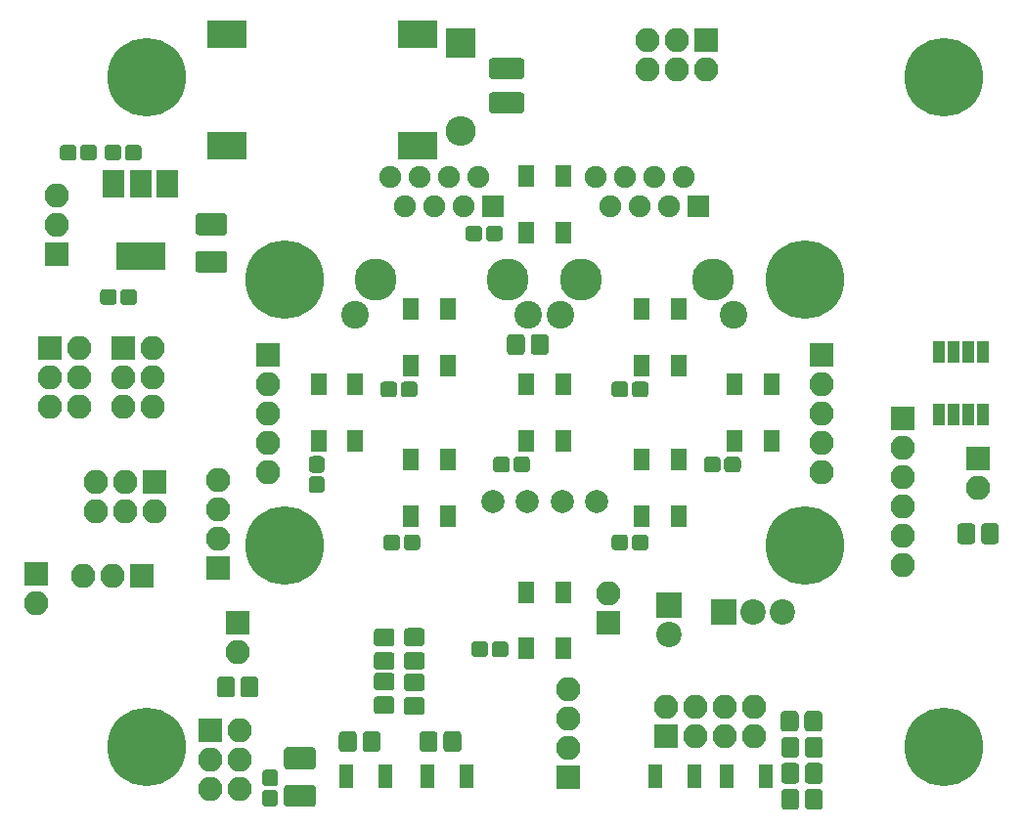
<source format=gts>
G04 #@! TF.GenerationSoftware,KiCad,Pcbnew,(5.0.0)*
G04 #@! TF.CreationDate,2018-08-09T10:22:05+01:00*
G04 #@! TF.ProjectId,domenode,646F6D656E6F64652E6B696361645F70,rev?*
G04 #@! TF.SameCoordinates,Original*
G04 #@! TF.FileFunction,Soldermask,Top*
G04 #@! TF.FilePolarity,Negative*
%FSLAX46Y46*%
G04 Gerber Fmt 4.6, Leading zero omitted, Abs format (unit mm)*
G04 Created by KiCad (PCBNEW (5.0.0)) date 08/09/18 10:22:05*
%MOMM*%
%LPD*%
G01*
G04 APERTURE LIST*
%ADD10R,1.900000X1.900000*%
%ADD11C,1.900000*%
%ADD12C,3.650000*%
%ADD13C,2.400000*%
%ADD14R,4.200000X2.400000*%
%ADD15R,1.900000X2.400000*%
%ADD16C,6.800000*%
%ADD17R,3.400000X2.400000*%
%ADD18R,1.400000X1.900000*%
%ADD19O,2.600000X2.600000*%
%ADD20R,2.600000X2.600000*%
%ADD21C,2.200000*%
%ADD22R,2.200000X2.200000*%
%ADD23C,2.000000*%
%ADD24R,2.100000X2.100000*%
%ADD25O,2.100000X2.100000*%
%ADD26R,1.000000X1.950000*%
%ADD27C,0.100000*%
%ADD28C,1.350000*%
%ADD29C,1.550000*%
%ADD30R,1.300000X2.100000*%
%ADD31C,1.825000*%
G04 APERTURE END LIST*
D10*
G04 #@! TO.C,J19*
X144016000Y-87120000D03*
D11*
X141476000Y-87120000D03*
X138936000Y-87120000D03*
X136396000Y-87120000D03*
X142746000Y-84580000D03*
X140206000Y-84580000D03*
X137666000Y-84580000D03*
X135126000Y-84580000D03*
D12*
X133856000Y-93470000D03*
X145286000Y-93470000D03*
D13*
X147066000Y-96520000D03*
X132076000Y-96520000D03*
G04 #@! TD*
D10*
G04 #@! TO.C,J20*
X161800000Y-87120000D03*
D11*
X159260000Y-87120000D03*
X156720000Y-87120000D03*
X154180000Y-87120000D03*
X160530000Y-84580000D03*
X157990000Y-84580000D03*
X155450000Y-84580000D03*
X152910000Y-84580000D03*
D12*
X151640000Y-93470000D03*
X163070000Y-93470000D03*
D13*
X164850000Y-96520000D03*
X149860000Y-96520000D03*
G04 #@! TD*
D14*
G04 #@! TO.C,U2*
X113500000Y-91500000D03*
D15*
X113500000Y-85200000D03*
X111200000Y-85200000D03*
X115800000Y-85200000D03*
G04 #@! TD*
D16*
G04 #@! TO.C,MH8*
X114000000Y-76000000D03*
G04 #@! TD*
D17*
G04 #@! TO.C,U1*
X137484000Y-81868000D03*
X137484000Y-72216000D03*
X120990000Y-72216000D03*
X120959000Y-81868000D03*
G04 #@! TD*
D18*
G04 #@! TO.C,D9*
X146900000Y-89450000D03*
X150100000Y-89450000D03*
X146900000Y-84550000D03*
X150100000Y-84550000D03*
G04 #@! TD*
D19*
G04 #@! TO.C,D10*
X141224000Y-80645000D03*
D20*
X141224000Y-73025000D03*
G04 #@! TD*
D16*
G04 #@! TO.C,MH6*
X114000000Y-134000000D03*
G04 #@! TD*
D21*
G04 #@! TO.C,D13*
X159250000Y-124240000D03*
D22*
X159250000Y-121700000D03*
G04 #@! TD*
D18*
G04 #@! TO.C,D7*
X146900000Y-125450000D03*
X150100000Y-125450000D03*
X146900000Y-120550000D03*
X150100000Y-120550000D03*
G04 #@! TD*
G04 #@! TO.C,D5*
X136900000Y-100950000D03*
X140100000Y-100950000D03*
X136900000Y-96050000D03*
X140100000Y-96050000D03*
G04 #@! TD*
G04 #@! TO.C,D4*
X156900000Y-100950000D03*
X160100000Y-100950000D03*
X156900000Y-96050000D03*
X160100000Y-96050000D03*
G04 #@! TD*
D23*
G04 #@! TO.C,LDR1*
X144000000Y-112750000D03*
X147000000Y-112750000D03*
G04 #@! TD*
G04 #@! TO.C,LDR2*
X153000000Y-112750000D03*
X150000000Y-112750000D03*
G04 #@! TD*
D18*
G04 #@! TO.C,D8*
X168100000Y-102550000D03*
X164900000Y-102550000D03*
X168100000Y-107450000D03*
X164900000Y-107450000D03*
G04 #@! TD*
G04 #@! TO.C,D6*
X128900000Y-107450000D03*
X132100000Y-107450000D03*
X128900000Y-102550000D03*
X132100000Y-102550000D03*
G04 #@! TD*
G04 #@! TO.C,D3*
X160100000Y-109050000D03*
X156900000Y-109050000D03*
X160100000Y-113950000D03*
X156900000Y-113950000D03*
G04 #@! TD*
G04 #@! TO.C,D2*
X136900000Y-113950000D03*
X140100000Y-113950000D03*
X136900000Y-109050000D03*
X140100000Y-109050000D03*
G04 #@! TD*
G04 #@! TO.C,D1*
X150100000Y-102550000D03*
X146900000Y-102550000D03*
X150100000Y-107450000D03*
X146900000Y-107450000D03*
G04 #@! TD*
D24*
G04 #@! TO.C,J9*
X119500000Y-132500000D03*
D25*
X122040000Y-132500000D03*
X119500000Y-135040000D03*
X122040000Y-135040000D03*
X119500000Y-137580000D03*
X122040000Y-137580000D03*
G04 #@! TD*
G04 #@! TO.C,J11*
X109670000Y-113540000D03*
X109670000Y-111000000D03*
X112210000Y-113540000D03*
X112210000Y-111000000D03*
X114750000Y-113540000D03*
D24*
X114750000Y-111000000D03*
G04 #@! TD*
G04 #@! TO.C,J21*
X159000000Y-133000000D03*
D25*
X159000000Y-130460000D03*
X161540000Y-133000000D03*
X161540000Y-130460000D03*
X164080000Y-133000000D03*
X164080000Y-130460000D03*
X166620000Y-133000000D03*
X166620000Y-130460000D03*
G04 #@! TD*
D26*
G04 #@! TO.C,U6*
X186405000Y-99800000D03*
X185135000Y-99800000D03*
X183865000Y-99800000D03*
X182595000Y-99800000D03*
X182595000Y-105200000D03*
X183865000Y-105200000D03*
X185135000Y-105200000D03*
X186405000Y-105200000D03*
G04 #@! TD*
D27*
G04 #@! TO.C,C2*
G36*
X107670581Y-81826625D02*
X107703343Y-81831485D01*
X107735471Y-81839533D01*
X107766656Y-81850691D01*
X107796596Y-81864852D01*
X107825005Y-81881879D01*
X107851608Y-81901609D01*
X107876149Y-81923851D01*
X107898391Y-81948392D01*
X107918121Y-81974995D01*
X107935148Y-82003404D01*
X107949309Y-82033344D01*
X107960467Y-82064529D01*
X107968515Y-82096657D01*
X107973375Y-82129419D01*
X107975000Y-82162500D01*
X107975000Y-82837500D01*
X107973375Y-82870581D01*
X107968515Y-82903343D01*
X107960467Y-82935471D01*
X107949309Y-82966656D01*
X107935148Y-82996596D01*
X107918121Y-83025005D01*
X107898391Y-83051608D01*
X107876149Y-83076149D01*
X107851608Y-83098391D01*
X107825005Y-83118121D01*
X107796596Y-83135148D01*
X107766656Y-83149309D01*
X107735471Y-83160467D01*
X107703343Y-83168515D01*
X107670581Y-83173375D01*
X107637500Y-83175000D01*
X106862500Y-83175000D01*
X106829419Y-83173375D01*
X106796657Y-83168515D01*
X106764529Y-83160467D01*
X106733344Y-83149309D01*
X106703404Y-83135148D01*
X106674995Y-83118121D01*
X106648392Y-83098391D01*
X106623851Y-83076149D01*
X106601609Y-83051608D01*
X106581879Y-83025005D01*
X106564852Y-82996596D01*
X106550691Y-82966656D01*
X106539533Y-82935471D01*
X106531485Y-82903343D01*
X106526625Y-82870581D01*
X106525000Y-82837500D01*
X106525000Y-82162500D01*
X106526625Y-82129419D01*
X106531485Y-82096657D01*
X106539533Y-82064529D01*
X106550691Y-82033344D01*
X106564852Y-82003404D01*
X106581879Y-81974995D01*
X106601609Y-81948392D01*
X106623851Y-81923851D01*
X106648392Y-81901609D01*
X106674995Y-81881879D01*
X106703404Y-81864852D01*
X106733344Y-81850691D01*
X106764529Y-81839533D01*
X106796657Y-81831485D01*
X106829419Y-81826625D01*
X106862500Y-81825000D01*
X107637500Y-81825000D01*
X107670581Y-81826625D01*
X107670581Y-81826625D01*
G37*
D28*
X107250000Y-82500000D03*
D27*
G36*
X109420581Y-81826625D02*
X109453343Y-81831485D01*
X109485471Y-81839533D01*
X109516656Y-81850691D01*
X109546596Y-81864852D01*
X109575005Y-81881879D01*
X109601608Y-81901609D01*
X109626149Y-81923851D01*
X109648391Y-81948392D01*
X109668121Y-81974995D01*
X109685148Y-82003404D01*
X109699309Y-82033344D01*
X109710467Y-82064529D01*
X109718515Y-82096657D01*
X109723375Y-82129419D01*
X109725000Y-82162500D01*
X109725000Y-82837500D01*
X109723375Y-82870581D01*
X109718515Y-82903343D01*
X109710467Y-82935471D01*
X109699309Y-82966656D01*
X109685148Y-82996596D01*
X109668121Y-83025005D01*
X109648391Y-83051608D01*
X109626149Y-83076149D01*
X109601608Y-83098391D01*
X109575005Y-83118121D01*
X109546596Y-83135148D01*
X109516656Y-83149309D01*
X109485471Y-83160467D01*
X109453343Y-83168515D01*
X109420581Y-83173375D01*
X109387500Y-83175000D01*
X108612500Y-83175000D01*
X108579419Y-83173375D01*
X108546657Y-83168515D01*
X108514529Y-83160467D01*
X108483344Y-83149309D01*
X108453404Y-83135148D01*
X108424995Y-83118121D01*
X108398392Y-83098391D01*
X108373851Y-83076149D01*
X108351609Y-83051608D01*
X108331879Y-83025005D01*
X108314852Y-82996596D01*
X108300691Y-82966656D01*
X108289533Y-82935471D01*
X108281485Y-82903343D01*
X108276625Y-82870581D01*
X108275000Y-82837500D01*
X108275000Y-82162500D01*
X108276625Y-82129419D01*
X108281485Y-82096657D01*
X108289533Y-82064529D01*
X108300691Y-82033344D01*
X108314852Y-82003404D01*
X108331879Y-81974995D01*
X108351609Y-81948392D01*
X108373851Y-81923851D01*
X108398392Y-81901609D01*
X108424995Y-81881879D01*
X108453404Y-81864852D01*
X108483344Y-81850691D01*
X108514529Y-81839533D01*
X108546657Y-81831485D01*
X108579419Y-81826625D01*
X108612500Y-81825000D01*
X109387500Y-81825000D01*
X109420581Y-81826625D01*
X109420581Y-81826625D01*
G37*
D28*
X109000000Y-82500000D03*
G04 #@! TD*
D27*
G04 #@! TO.C,C4*
G36*
X111545581Y-81826625D02*
X111578343Y-81831485D01*
X111610471Y-81839533D01*
X111641656Y-81850691D01*
X111671596Y-81864852D01*
X111700005Y-81881879D01*
X111726608Y-81901609D01*
X111751149Y-81923851D01*
X111773391Y-81948392D01*
X111793121Y-81974995D01*
X111810148Y-82003404D01*
X111824309Y-82033344D01*
X111835467Y-82064529D01*
X111843515Y-82096657D01*
X111848375Y-82129419D01*
X111850000Y-82162500D01*
X111850000Y-82837500D01*
X111848375Y-82870581D01*
X111843515Y-82903343D01*
X111835467Y-82935471D01*
X111824309Y-82966656D01*
X111810148Y-82996596D01*
X111793121Y-83025005D01*
X111773391Y-83051608D01*
X111751149Y-83076149D01*
X111726608Y-83098391D01*
X111700005Y-83118121D01*
X111671596Y-83135148D01*
X111641656Y-83149309D01*
X111610471Y-83160467D01*
X111578343Y-83168515D01*
X111545581Y-83173375D01*
X111512500Y-83175000D01*
X110737500Y-83175000D01*
X110704419Y-83173375D01*
X110671657Y-83168515D01*
X110639529Y-83160467D01*
X110608344Y-83149309D01*
X110578404Y-83135148D01*
X110549995Y-83118121D01*
X110523392Y-83098391D01*
X110498851Y-83076149D01*
X110476609Y-83051608D01*
X110456879Y-83025005D01*
X110439852Y-82996596D01*
X110425691Y-82966656D01*
X110414533Y-82935471D01*
X110406485Y-82903343D01*
X110401625Y-82870581D01*
X110400000Y-82837500D01*
X110400000Y-82162500D01*
X110401625Y-82129419D01*
X110406485Y-82096657D01*
X110414533Y-82064529D01*
X110425691Y-82033344D01*
X110439852Y-82003404D01*
X110456879Y-81974995D01*
X110476609Y-81948392D01*
X110498851Y-81923851D01*
X110523392Y-81901609D01*
X110549995Y-81881879D01*
X110578404Y-81864852D01*
X110608344Y-81850691D01*
X110639529Y-81839533D01*
X110671657Y-81831485D01*
X110704419Y-81826625D01*
X110737500Y-81825000D01*
X111512500Y-81825000D01*
X111545581Y-81826625D01*
X111545581Y-81826625D01*
G37*
D28*
X111125000Y-82500000D03*
D27*
G36*
X113295581Y-81826625D02*
X113328343Y-81831485D01*
X113360471Y-81839533D01*
X113391656Y-81850691D01*
X113421596Y-81864852D01*
X113450005Y-81881879D01*
X113476608Y-81901609D01*
X113501149Y-81923851D01*
X113523391Y-81948392D01*
X113543121Y-81974995D01*
X113560148Y-82003404D01*
X113574309Y-82033344D01*
X113585467Y-82064529D01*
X113593515Y-82096657D01*
X113598375Y-82129419D01*
X113600000Y-82162500D01*
X113600000Y-82837500D01*
X113598375Y-82870581D01*
X113593515Y-82903343D01*
X113585467Y-82935471D01*
X113574309Y-82966656D01*
X113560148Y-82996596D01*
X113543121Y-83025005D01*
X113523391Y-83051608D01*
X113501149Y-83076149D01*
X113476608Y-83098391D01*
X113450005Y-83118121D01*
X113421596Y-83135148D01*
X113391656Y-83149309D01*
X113360471Y-83160467D01*
X113328343Y-83168515D01*
X113295581Y-83173375D01*
X113262500Y-83175000D01*
X112487500Y-83175000D01*
X112454419Y-83173375D01*
X112421657Y-83168515D01*
X112389529Y-83160467D01*
X112358344Y-83149309D01*
X112328404Y-83135148D01*
X112299995Y-83118121D01*
X112273392Y-83098391D01*
X112248851Y-83076149D01*
X112226609Y-83051608D01*
X112206879Y-83025005D01*
X112189852Y-82996596D01*
X112175691Y-82966656D01*
X112164533Y-82935471D01*
X112156485Y-82903343D01*
X112151625Y-82870581D01*
X112150000Y-82837500D01*
X112150000Y-82162500D01*
X112151625Y-82129419D01*
X112156485Y-82096657D01*
X112164533Y-82064529D01*
X112175691Y-82033344D01*
X112189852Y-82003404D01*
X112206879Y-81974995D01*
X112226609Y-81948392D01*
X112248851Y-81923851D01*
X112273392Y-81901609D01*
X112299995Y-81881879D01*
X112328404Y-81864852D01*
X112358344Y-81850691D01*
X112389529Y-81839533D01*
X112421657Y-81831485D01*
X112454419Y-81826625D01*
X112487500Y-81825000D01*
X113262500Y-81825000D01*
X113295581Y-81826625D01*
X113295581Y-81826625D01*
G37*
D28*
X112875000Y-82500000D03*
G04 #@! TD*
D27*
G04 #@! TO.C,C5*
G36*
X111145581Y-94326625D02*
X111178343Y-94331485D01*
X111210471Y-94339533D01*
X111241656Y-94350691D01*
X111271596Y-94364852D01*
X111300005Y-94381879D01*
X111326608Y-94401609D01*
X111351149Y-94423851D01*
X111373391Y-94448392D01*
X111393121Y-94474995D01*
X111410148Y-94503404D01*
X111424309Y-94533344D01*
X111435467Y-94564529D01*
X111443515Y-94596657D01*
X111448375Y-94629419D01*
X111450000Y-94662500D01*
X111450000Y-95337500D01*
X111448375Y-95370581D01*
X111443515Y-95403343D01*
X111435467Y-95435471D01*
X111424309Y-95466656D01*
X111410148Y-95496596D01*
X111393121Y-95525005D01*
X111373391Y-95551608D01*
X111351149Y-95576149D01*
X111326608Y-95598391D01*
X111300005Y-95618121D01*
X111271596Y-95635148D01*
X111241656Y-95649309D01*
X111210471Y-95660467D01*
X111178343Y-95668515D01*
X111145581Y-95673375D01*
X111112500Y-95675000D01*
X110337500Y-95675000D01*
X110304419Y-95673375D01*
X110271657Y-95668515D01*
X110239529Y-95660467D01*
X110208344Y-95649309D01*
X110178404Y-95635148D01*
X110149995Y-95618121D01*
X110123392Y-95598391D01*
X110098851Y-95576149D01*
X110076609Y-95551608D01*
X110056879Y-95525005D01*
X110039852Y-95496596D01*
X110025691Y-95466656D01*
X110014533Y-95435471D01*
X110006485Y-95403343D01*
X110001625Y-95370581D01*
X110000000Y-95337500D01*
X110000000Y-94662500D01*
X110001625Y-94629419D01*
X110006485Y-94596657D01*
X110014533Y-94564529D01*
X110025691Y-94533344D01*
X110039852Y-94503404D01*
X110056879Y-94474995D01*
X110076609Y-94448392D01*
X110098851Y-94423851D01*
X110123392Y-94401609D01*
X110149995Y-94381879D01*
X110178404Y-94364852D01*
X110208344Y-94350691D01*
X110239529Y-94339533D01*
X110271657Y-94331485D01*
X110304419Y-94326625D01*
X110337500Y-94325000D01*
X111112500Y-94325000D01*
X111145581Y-94326625D01*
X111145581Y-94326625D01*
G37*
D28*
X110725000Y-95000000D03*
D27*
G36*
X112895581Y-94326625D02*
X112928343Y-94331485D01*
X112960471Y-94339533D01*
X112991656Y-94350691D01*
X113021596Y-94364852D01*
X113050005Y-94381879D01*
X113076608Y-94401609D01*
X113101149Y-94423851D01*
X113123391Y-94448392D01*
X113143121Y-94474995D01*
X113160148Y-94503404D01*
X113174309Y-94533344D01*
X113185467Y-94564529D01*
X113193515Y-94596657D01*
X113198375Y-94629419D01*
X113200000Y-94662500D01*
X113200000Y-95337500D01*
X113198375Y-95370581D01*
X113193515Y-95403343D01*
X113185467Y-95435471D01*
X113174309Y-95466656D01*
X113160148Y-95496596D01*
X113143121Y-95525005D01*
X113123391Y-95551608D01*
X113101149Y-95576149D01*
X113076608Y-95598391D01*
X113050005Y-95618121D01*
X113021596Y-95635148D01*
X112991656Y-95649309D01*
X112960471Y-95660467D01*
X112928343Y-95668515D01*
X112895581Y-95673375D01*
X112862500Y-95675000D01*
X112087500Y-95675000D01*
X112054419Y-95673375D01*
X112021657Y-95668515D01*
X111989529Y-95660467D01*
X111958344Y-95649309D01*
X111928404Y-95635148D01*
X111899995Y-95618121D01*
X111873392Y-95598391D01*
X111848851Y-95576149D01*
X111826609Y-95551608D01*
X111806879Y-95525005D01*
X111789852Y-95496596D01*
X111775691Y-95466656D01*
X111764533Y-95435471D01*
X111756485Y-95403343D01*
X111751625Y-95370581D01*
X111750000Y-95337500D01*
X111750000Y-94662500D01*
X111751625Y-94629419D01*
X111756485Y-94596657D01*
X111764533Y-94564529D01*
X111775691Y-94533344D01*
X111789852Y-94503404D01*
X111806879Y-94474995D01*
X111826609Y-94448392D01*
X111848851Y-94423851D01*
X111873392Y-94401609D01*
X111899995Y-94381879D01*
X111928404Y-94364852D01*
X111958344Y-94350691D01*
X111989529Y-94339533D01*
X112021657Y-94331485D01*
X112054419Y-94326625D01*
X112087500Y-94325000D01*
X112862500Y-94325000D01*
X112895581Y-94326625D01*
X112895581Y-94326625D01*
G37*
D28*
X112475000Y-95000000D03*
G04 #@! TD*
D27*
G04 #@! TO.C,C6*
G36*
X144545581Y-88826625D02*
X144578343Y-88831485D01*
X144610471Y-88839533D01*
X144641656Y-88850691D01*
X144671596Y-88864852D01*
X144700005Y-88881879D01*
X144726608Y-88901609D01*
X144751149Y-88923851D01*
X144773391Y-88948392D01*
X144793121Y-88974995D01*
X144810148Y-89003404D01*
X144824309Y-89033344D01*
X144835467Y-89064529D01*
X144843515Y-89096657D01*
X144848375Y-89129419D01*
X144850000Y-89162500D01*
X144850000Y-89837500D01*
X144848375Y-89870581D01*
X144843515Y-89903343D01*
X144835467Y-89935471D01*
X144824309Y-89966656D01*
X144810148Y-89996596D01*
X144793121Y-90025005D01*
X144773391Y-90051608D01*
X144751149Y-90076149D01*
X144726608Y-90098391D01*
X144700005Y-90118121D01*
X144671596Y-90135148D01*
X144641656Y-90149309D01*
X144610471Y-90160467D01*
X144578343Y-90168515D01*
X144545581Y-90173375D01*
X144512500Y-90175000D01*
X143737500Y-90175000D01*
X143704419Y-90173375D01*
X143671657Y-90168515D01*
X143639529Y-90160467D01*
X143608344Y-90149309D01*
X143578404Y-90135148D01*
X143549995Y-90118121D01*
X143523392Y-90098391D01*
X143498851Y-90076149D01*
X143476609Y-90051608D01*
X143456879Y-90025005D01*
X143439852Y-89996596D01*
X143425691Y-89966656D01*
X143414533Y-89935471D01*
X143406485Y-89903343D01*
X143401625Y-89870581D01*
X143400000Y-89837500D01*
X143400000Y-89162500D01*
X143401625Y-89129419D01*
X143406485Y-89096657D01*
X143414533Y-89064529D01*
X143425691Y-89033344D01*
X143439852Y-89003404D01*
X143456879Y-88974995D01*
X143476609Y-88948392D01*
X143498851Y-88923851D01*
X143523392Y-88901609D01*
X143549995Y-88881879D01*
X143578404Y-88864852D01*
X143608344Y-88850691D01*
X143639529Y-88839533D01*
X143671657Y-88831485D01*
X143704419Y-88826625D01*
X143737500Y-88825000D01*
X144512500Y-88825000D01*
X144545581Y-88826625D01*
X144545581Y-88826625D01*
G37*
D28*
X144125000Y-89500000D03*
D27*
G36*
X142795581Y-88826625D02*
X142828343Y-88831485D01*
X142860471Y-88839533D01*
X142891656Y-88850691D01*
X142921596Y-88864852D01*
X142950005Y-88881879D01*
X142976608Y-88901609D01*
X143001149Y-88923851D01*
X143023391Y-88948392D01*
X143043121Y-88974995D01*
X143060148Y-89003404D01*
X143074309Y-89033344D01*
X143085467Y-89064529D01*
X143093515Y-89096657D01*
X143098375Y-89129419D01*
X143100000Y-89162500D01*
X143100000Y-89837500D01*
X143098375Y-89870581D01*
X143093515Y-89903343D01*
X143085467Y-89935471D01*
X143074309Y-89966656D01*
X143060148Y-89996596D01*
X143043121Y-90025005D01*
X143023391Y-90051608D01*
X143001149Y-90076149D01*
X142976608Y-90098391D01*
X142950005Y-90118121D01*
X142921596Y-90135148D01*
X142891656Y-90149309D01*
X142860471Y-90160467D01*
X142828343Y-90168515D01*
X142795581Y-90173375D01*
X142762500Y-90175000D01*
X141987500Y-90175000D01*
X141954419Y-90173375D01*
X141921657Y-90168515D01*
X141889529Y-90160467D01*
X141858344Y-90149309D01*
X141828404Y-90135148D01*
X141799995Y-90118121D01*
X141773392Y-90098391D01*
X141748851Y-90076149D01*
X141726609Y-90051608D01*
X141706879Y-90025005D01*
X141689852Y-89996596D01*
X141675691Y-89966656D01*
X141664533Y-89935471D01*
X141656485Y-89903343D01*
X141651625Y-89870581D01*
X141650000Y-89837500D01*
X141650000Y-89162500D01*
X141651625Y-89129419D01*
X141656485Y-89096657D01*
X141664533Y-89064529D01*
X141675691Y-89033344D01*
X141689852Y-89003404D01*
X141706879Y-88974995D01*
X141726609Y-88948392D01*
X141748851Y-88923851D01*
X141773392Y-88901609D01*
X141799995Y-88881879D01*
X141828404Y-88864852D01*
X141858344Y-88850691D01*
X141889529Y-88839533D01*
X141921657Y-88831485D01*
X141954419Y-88826625D01*
X141987500Y-88825000D01*
X142762500Y-88825000D01*
X142795581Y-88826625D01*
X142795581Y-88826625D01*
G37*
D28*
X142375000Y-89500000D03*
G04 #@! TD*
D27*
G04 #@! TO.C,C7*
G36*
X135670581Y-115576625D02*
X135703343Y-115581485D01*
X135735471Y-115589533D01*
X135766656Y-115600691D01*
X135796596Y-115614852D01*
X135825005Y-115631879D01*
X135851608Y-115651609D01*
X135876149Y-115673851D01*
X135898391Y-115698392D01*
X135918121Y-115724995D01*
X135935148Y-115753404D01*
X135949309Y-115783344D01*
X135960467Y-115814529D01*
X135968515Y-115846657D01*
X135973375Y-115879419D01*
X135975000Y-115912500D01*
X135975000Y-116587500D01*
X135973375Y-116620581D01*
X135968515Y-116653343D01*
X135960467Y-116685471D01*
X135949309Y-116716656D01*
X135935148Y-116746596D01*
X135918121Y-116775005D01*
X135898391Y-116801608D01*
X135876149Y-116826149D01*
X135851608Y-116848391D01*
X135825005Y-116868121D01*
X135796596Y-116885148D01*
X135766656Y-116899309D01*
X135735471Y-116910467D01*
X135703343Y-116918515D01*
X135670581Y-116923375D01*
X135637500Y-116925000D01*
X134862500Y-116925000D01*
X134829419Y-116923375D01*
X134796657Y-116918515D01*
X134764529Y-116910467D01*
X134733344Y-116899309D01*
X134703404Y-116885148D01*
X134674995Y-116868121D01*
X134648392Y-116848391D01*
X134623851Y-116826149D01*
X134601609Y-116801608D01*
X134581879Y-116775005D01*
X134564852Y-116746596D01*
X134550691Y-116716656D01*
X134539533Y-116685471D01*
X134531485Y-116653343D01*
X134526625Y-116620581D01*
X134525000Y-116587500D01*
X134525000Y-115912500D01*
X134526625Y-115879419D01*
X134531485Y-115846657D01*
X134539533Y-115814529D01*
X134550691Y-115783344D01*
X134564852Y-115753404D01*
X134581879Y-115724995D01*
X134601609Y-115698392D01*
X134623851Y-115673851D01*
X134648392Y-115651609D01*
X134674995Y-115631879D01*
X134703404Y-115614852D01*
X134733344Y-115600691D01*
X134764529Y-115589533D01*
X134796657Y-115581485D01*
X134829419Y-115576625D01*
X134862500Y-115575000D01*
X135637500Y-115575000D01*
X135670581Y-115576625D01*
X135670581Y-115576625D01*
G37*
D28*
X135250000Y-116250000D03*
D27*
G36*
X137420581Y-115576625D02*
X137453343Y-115581485D01*
X137485471Y-115589533D01*
X137516656Y-115600691D01*
X137546596Y-115614852D01*
X137575005Y-115631879D01*
X137601608Y-115651609D01*
X137626149Y-115673851D01*
X137648391Y-115698392D01*
X137668121Y-115724995D01*
X137685148Y-115753404D01*
X137699309Y-115783344D01*
X137710467Y-115814529D01*
X137718515Y-115846657D01*
X137723375Y-115879419D01*
X137725000Y-115912500D01*
X137725000Y-116587500D01*
X137723375Y-116620581D01*
X137718515Y-116653343D01*
X137710467Y-116685471D01*
X137699309Y-116716656D01*
X137685148Y-116746596D01*
X137668121Y-116775005D01*
X137648391Y-116801608D01*
X137626149Y-116826149D01*
X137601608Y-116848391D01*
X137575005Y-116868121D01*
X137546596Y-116885148D01*
X137516656Y-116899309D01*
X137485471Y-116910467D01*
X137453343Y-116918515D01*
X137420581Y-116923375D01*
X137387500Y-116925000D01*
X136612500Y-116925000D01*
X136579419Y-116923375D01*
X136546657Y-116918515D01*
X136514529Y-116910467D01*
X136483344Y-116899309D01*
X136453404Y-116885148D01*
X136424995Y-116868121D01*
X136398392Y-116848391D01*
X136373851Y-116826149D01*
X136351609Y-116801608D01*
X136331879Y-116775005D01*
X136314852Y-116746596D01*
X136300691Y-116716656D01*
X136289533Y-116685471D01*
X136281485Y-116653343D01*
X136276625Y-116620581D01*
X136275000Y-116587500D01*
X136275000Y-115912500D01*
X136276625Y-115879419D01*
X136281485Y-115846657D01*
X136289533Y-115814529D01*
X136300691Y-115783344D01*
X136314852Y-115753404D01*
X136331879Y-115724995D01*
X136351609Y-115698392D01*
X136373851Y-115673851D01*
X136398392Y-115651609D01*
X136424995Y-115631879D01*
X136453404Y-115614852D01*
X136483344Y-115600691D01*
X136514529Y-115589533D01*
X136546657Y-115581485D01*
X136579419Y-115576625D01*
X136612500Y-115575000D01*
X137387500Y-115575000D01*
X137420581Y-115576625D01*
X137420581Y-115576625D01*
G37*
D28*
X137000000Y-116250000D03*
G04 #@! TD*
D27*
G04 #@! TO.C,C8*
G36*
X163420581Y-108826625D02*
X163453343Y-108831485D01*
X163485471Y-108839533D01*
X163516656Y-108850691D01*
X163546596Y-108864852D01*
X163575005Y-108881879D01*
X163601608Y-108901609D01*
X163626149Y-108923851D01*
X163648391Y-108948392D01*
X163668121Y-108974995D01*
X163685148Y-109003404D01*
X163699309Y-109033344D01*
X163710467Y-109064529D01*
X163718515Y-109096657D01*
X163723375Y-109129419D01*
X163725000Y-109162500D01*
X163725000Y-109837500D01*
X163723375Y-109870581D01*
X163718515Y-109903343D01*
X163710467Y-109935471D01*
X163699309Y-109966656D01*
X163685148Y-109996596D01*
X163668121Y-110025005D01*
X163648391Y-110051608D01*
X163626149Y-110076149D01*
X163601608Y-110098391D01*
X163575005Y-110118121D01*
X163546596Y-110135148D01*
X163516656Y-110149309D01*
X163485471Y-110160467D01*
X163453343Y-110168515D01*
X163420581Y-110173375D01*
X163387500Y-110175000D01*
X162612500Y-110175000D01*
X162579419Y-110173375D01*
X162546657Y-110168515D01*
X162514529Y-110160467D01*
X162483344Y-110149309D01*
X162453404Y-110135148D01*
X162424995Y-110118121D01*
X162398392Y-110098391D01*
X162373851Y-110076149D01*
X162351609Y-110051608D01*
X162331879Y-110025005D01*
X162314852Y-109996596D01*
X162300691Y-109966656D01*
X162289533Y-109935471D01*
X162281485Y-109903343D01*
X162276625Y-109870581D01*
X162275000Y-109837500D01*
X162275000Y-109162500D01*
X162276625Y-109129419D01*
X162281485Y-109096657D01*
X162289533Y-109064529D01*
X162300691Y-109033344D01*
X162314852Y-109003404D01*
X162331879Y-108974995D01*
X162351609Y-108948392D01*
X162373851Y-108923851D01*
X162398392Y-108901609D01*
X162424995Y-108881879D01*
X162453404Y-108864852D01*
X162483344Y-108850691D01*
X162514529Y-108839533D01*
X162546657Y-108831485D01*
X162579419Y-108826625D01*
X162612500Y-108825000D01*
X163387500Y-108825000D01*
X163420581Y-108826625D01*
X163420581Y-108826625D01*
G37*
D28*
X163000000Y-109500000D03*
D27*
G36*
X165170581Y-108826625D02*
X165203343Y-108831485D01*
X165235471Y-108839533D01*
X165266656Y-108850691D01*
X165296596Y-108864852D01*
X165325005Y-108881879D01*
X165351608Y-108901609D01*
X165376149Y-108923851D01*
X165398391Y-108948392D01*
X165418121Y-108974995D01*
X165435148Y-109003404D01*
X165449309Y-109033344D01*
X165460467Y-109064529D01*
X165468515Y-109096657D01*
X165473375Y-109129419D01*
X165475000Y-109162500D01*
X165475000Y-109837500D01*
X165473375Y-109870581D01*
X165468515Y-109903343D01*
X165460467Y-109935471D01*
X165449309Y-109966656D01*
X165435148Y-109996596D01*
X165418121Y-110025005D01*
X165398391Y-110051608D01*
X165376149Y-110076149D01*
X165351608Y-110098391D01*
X165325005Y-110118121D01*
X165296596Y-110135148D01*
X165266656Y-110149309D01*
X165235471Y-110160467D01*
X165203343Y-110168515D01*
X165170581Y-110173375D01*
X165137500Y-110175000D01*
X164362500Y-110175000D01*
X164329419Y-110173375D01*
X164296657Y-110168515D01*
X164264529Y-110160467D01*
X164233344Y-110149309D01*
X164203404Y-110135148D01*
X164174995Y-110118121D01*
X164148392Y-110098391D01*
X164123851Y-110076149D01*
X164101609Y-110051608D01*
X164081879Y-110025005D01*
X164064852Y-109996596D01*
X164050691Y-109966656D01*
X164039533Y-109935471D01*
X164031485Y-109903343D01*
X164026625Y-109870581D01*
X164025000Y-109837500D01*
X164025000Y-109162500D01*
X164026625Y-109129419D01*
X164031485Y-109096657D01*
X164039533Y-109064529D01*
X164050691Y-109033344D01*
X164064852Y-109003404D01*
X164081879Y-108974995D01*
X164101609Y-108948392D01*
X164123851Y-108923851D01*
X164148392Y-108901609D01*
X164174995Y-108881879D01*
X164203404Y-108864852D01*
X164233344Y-108850691D01*
X164264529Y-108839533D01*
X164296657Y-108831485D01*
X164329419Y-108826625D01*
X164362500Y-108825000D01*
X165137500Y-108825000D01*
X165170581Y-108826625D01*
X165170581Y-108826625D01*
G37*
D28*
X164750000Y-109500000D03*
G04 #@! TD*
D27*
G04 #@! TO.C,C9*
G36*
X157170581Y-115576625D02*
X157203343Y-115581485D01*
X157235471Y-115589533D01*
X157266656Y-115600691D01*
X157296596Y-115614852D01*
X157325005Y-115631879D01*
X157351608Y-115651609D01*
X157376149Y-115673851D01*
X157398391Y-115698392D01*
X157418121Y-115724995D01*
X157435148Y-115753404D01*
X157449309Y-115783344D01*
X157460467Y-115814529D01*
X157468515Y-115846657D01*
X157473375Y-115879419D01*
X157475000Y-115912500D01*
X157475000Y-116587500D01*
X157473375Y-116620581D01*
X157468515Y-116653343D01*
X157460467Y-116685471D01*
X157449309Y-116716656D01*
X157435148Y-116746596D01*
X157418121Y-116775005D01*
X157398391Y-116801608D01*
X157376149Y-116826149D01*
X157351608Y-116848391D01*
X157325005Y-116868121D01*
X157296596Y-116885148D01*
X157266656Y-116899309D01*
X157235471Y-116910467D01*
X157203343Y-116918515D01*
X157170581Y-116923375D01*
X157137500Y-116925000D01*
X156362500Y-116925000D01*
X156329419Y-116923375D01*
X156296657Y-116918515D01*
X156264529Y-116910467D01*
X156233344Y-116899309D01*
X156203404Y-116885148D01*
X156174995Y-116868121D01*
X156148392Y-116848391D01*
X156123851Y-116826149D01*
X156101609Y-116801608D01*
X156081879Y-116775005D01*
X156064852Y-116746596D01*
X156050691Y-116716656D01*
X156039533Y-116685471D01*
X156031485Y-116653343D01*
X156026625Y-116620581D01*
X156025000Y-116587500D01*
X156025000Y-115912500D01*
X156026625Y-115879419D01*
X156031485Y-115846657D01*
X156039533Y-115814529D01*
X156050691Y-115783344D01*
X156064852Y-115753404D01*
X156081879Y-115724995D01*
X156101609Y-115698392D01*
X156123851Y-115673851D01*
X156148392Y-115651609D01*
X156174995Y-115631879D01*
X156203404Y-115614852D01*
X156233344Y-115600691D01*
X156264529Y-115589533D01*
X156296657Y-115581485D01*
X156329419Y-115576625D01*
X156362500Y-115575000D01*
X157137500Y-115575000D01*
X157170581Y-115576625D01*
X157170581Y-115576625D01*
G37*
D28*
X156750000Y-116250000D03*
D27*
G36*
X155420581Y-115576625D02*
X155453343Y-115581485D01*
X155485471Y-115589533D01*
X155516656Y-115600691D01*
X155546596Y-115614852D01*
X155575005Y-115631879D01*
X155601608Y-115651609D01*
X155626149Y-115673851D01*
X155648391Y-115698392D01*
X155668121Y-115724995D01*
X155685148Y-115753404D01*
X155699309Y-115783344D01*
X155710467Y-115814529D01*
X155718515Y-115846657D01*
X155723375Y-115879419D01*
X155725000Y-115912500D01*
X155725000Y-116587500D01*
X155723375Y-116620581D01*
X155718515Y-116653343D01*
X155710467Y-116685471D01*
X155699309Y-116716656D01*
X155685148Y-116746596D01*
X155668121Y-116775005D01*
X155648391Y-116801608D01*
X155626149Y-116826149D01*
X155601608Y-116848391D01*
X155575005Y-116868121D01*
X155546596Y-116885148D01*
X155516656Y-116899309D01*
X155485471Y-116910467D01*
X155453343Y-116918515D01*
X155420581Y-116923375D01*
X155387500Y-116925000D01*
X154612500Y-116925000D01*
X154579419Y-116923375D01*
X154546657Y-116918515D01*
X154514529Y-116910467D01*
X154483344Y-116899309D01*
X154453404Y-116885148D01*
X154424995Y-116868121D01*
X154398392Y-116848391D01*
X154373851Y-116826149D01*
X154351609Y-116801608D01*
X154331879Y-116775005D01*
X154314852Y-116746596D01*
X154300691Y-116716656D01*
X154289533Y-116685471D01*
X154281485Y-116653343D01*
X154276625Y-116620581D01*
X154275000Y-116587500D01*
X154275000Y-115912500D01*
X154276625Y-115879419D01*
X154281485Y-115846657D01*
X154289533Y-115814529D01*
X154300691Y-115783344D01*
X154314852Y-115753404D01*
X154331879Y-115724995D01*
X154351609Y-115698392D01*
X154373851Y-115673851D01*
X154398392Y-115651609D01*
X154424995Y-115631879D01*
X154453404Y-115614852D01*
X154483344Y-115600691D01*
X154514529Y-115589533D01*
X154546657Y-115581485D01*
X154579419Y-115576625D01*
X154612500Y-115575000D01*
X155387500Y-115575000D01*
X155420581Y-115576625D01*
X155420581Y-115576625D01*
G37*
D28*
X155000000Y-116250000D03*
G04 #@! TD*
D27*
G04 #@! TO.C,C10*
G36*
X145045581Y-124826625D02*
X145078343Y-124831485D01*
X145110471Y-124839533D01*
X145141656Y-124850691D01*
X145171596Y-124864852D01*
X145200005Y-124881879D01*
X145226608Y-124901609D01*
X145251149Y-124923851D01*
X145273391Y-124948392D01*
X145293121Y-124974995D01*
X145310148Y-125003404D01*
X145324309Y-125033344D01*
X145335467Y-125064529D01*
X145343515Y-125096657D01*
X145348375Y-125129419D01*
X145350000Y-125162500D01*
X145350000Y-125837500D01*
X145348375Y-125870581D01*
X145343515Y-125903343D01*
X145335467Y-125935471D01*
X145324309Y-125966656D01*
X145310148Y-125996596D01*
X145293121Y-126025005D01*
X145273391Y-126051608D01*
X145251149Y-126076149D01*
X145226608Y-126098391D01*
X145200005Y-126118121D01*
X145171596Y-126135148D01*
X145141656Y-126149309D01*
X145110471Y-126160467D01*
X145078343Y-126168515D01*
X145045581Y-126173375D01*
X145012500Y-126175000D01*
X144237500Y-126175000D01*
X144204419Y-126173375D01*
X144171657Y-126168515D01*
X144139529Y-126160467D01*
X144108344Y-126149309D01*
X144078404Y-126135148D01*
X144049995Y-126118121D01*
X144023392Y-126098391D01*
X143998851Y-126076149D01*
X143976609Y-126051608D01*
X143956879Y-126025005D01*
X143939852Y-125996596D01*
X143925691Y-125966656D01*
X143914533Y-125935471D01*
X143906485Y-125903343D01*
X143901625Y-125870581D01*
X143900000Y-125837500D01*
X143900000Y-125162500D01*
X143901625Y-125129419D01*
X143906485Y-125096657D01*
X143914533Y-125064529D01*
X143925691Y-125033344D01*
X143939852Y-125003404D01*
X143956879Y-124974995D01*
X143976609Y-124948392D01*
X143998851Y-124923851D01*
X144023392Y-124901609D01*
X144049995Y-124881879D01*
X144078404Y-124864852D01*
X144108344Y-124850691D01*
X144139529Y-124839533D01*
X144171657Y-124831485D01*
X144204419Y-124826625D01*
X144237500Y-124825000D01*
X145012500Y-124825000D01*
X145045581Y-124826625D01*
X145045581Y-124826625D01*
G37*
D28*
X144625000Y-125500000D03*
D27*
G36*
X143295581Y-124826625D02*
X143328343Y-124831485D01*
X143360471Y-124839533D01*
X143391656Y-124850691D01*
X143421596Y-124864852D01*
X143450005Y-124881879D01*
X143476608Y-124901609D01*
X143501149Y-124923851D01*
X143523391Y-124948392D01*
X143543121Y-124974995D01*
X143560148Y-125003404D01*
X143574309Y-125033344D01*
X143585467Y-125064529D01*
X143593515Y-125096657D01*
X143598375Y-125129419D01*
X143600000Y-125162500D01*
X143600000Y-125837500D01*
X143598375Y-125870581D01*
X143593515Y-125903343D01*
X143585467Y-125935471D01*
X143574309Y-125966656D01*
X143560148Y-125996596D01*
X143543121Y-126025005D01*
X143523391Y-126051608D01*
X143501149Y-126076149D01*
X143476608Y-126098391D01*
X143450005Y-126118121D01*
X143421596Y-126135148D01*
X143391656Y-126149309D01*
X143360471Y-126160467D01*
X143328343Y-126168515D01*
X143295581Y-126173375D01*
X143262500Y-126175000D01*
X142487500Y-126175000D01*
X142454419Y-126173375D01*
X142421657Y-126168515D01*
X142389529Y-126160467D01*
X142358344Y-126149309D01*
X142328404Y-126135148D01*
X142299995Y-126118121D01*
X142273392Y-126098391D01*
X142248851Y-126076149D01*
X142226609Y-126051608D01*
X142206879Y-126025005D01*
X142189852Y-125996596D01*
X142175691Y-125966656D01*
X142164533Y-125935471D01*
X142156485Y-125903343D01*
X142151625Y-125870581D01*
X142150000Y-125837500D01*
X142150000Y-125162500D01*
X142151625Y-125129419D01*
X142156485Y-125096657D01*
X142164533Y-125064529D01*
X142175691Y-125033344D01*
X142189852Y-125003404D01*
X142206879Y-124974995D01*
X142226609Y-124948392D01*
X142248851Y-124923851D01*
X142273392Y-124901609D01*
X142299995Y-124881879D01*
X142328404Y-124864852D01*
X142358344Y-124850691D01*
X142389529Y-124839533D01*
X142421657Y-124831485D01*
X142454419Y-124826625D01*
X142487500Y-124825000D01*
X143262500Y-124825000D01*
X143295581Y-124826625D01*
X143295581Y-124826625D01*
G37*
D28*
X142875000Y-125500000D03*
G04 #@! TD*
D27*
G04 #@! TO.C,C11*
G36*
X155420581Y-102326625D02*
X155453343Y-102331485D01*
X155485471Y-102339533D01*
X155516656Y-102350691D01*
X155546596Y-102364852D01*
X155575005Y-102381879D01*
X155601608Y-102401609D01*
X155626149Y-102423851D01*
X155648391Y-102448392D01*
X155668121Y-102474995D01*
X155685148Y-102503404D01*
X155699309Y-102533344D01*
X155710467Y-102564529D01*
X155718515Y-102596657D01*
X155723375Y-102629419D01*
X155725000Y-102662500D01*
X155725000Y-103337500D01*
X155723375Y-103370581D01*
X155718515Y-103403343D01*
X155710467Y-103435471D01*
X155699309Y-103466656D01*
X155685148Y-103496596D01*
X155668121Y-103525005D01*
X155648391Y-103551608D01*
X155626149Y-103576149D01*
X155601608Y-103598391D01*
X155575005Y-103618121D01*
X155546596Y-103635148D01*
X155516656Y-103649309D01*
X155485471Y-103660467D01*
X155453343Y-103668515D01*
X155420581Y-103673375D01*
X155387500Y-103675000D01*
X154612500Y-103675000D01*
X154579419Y-103673375D01*
X154546657Y-103668515D01*
X154514529Y-103660467D01*
X154483344Y-103649309D01*
X154453404Y-103635148D01*
X154424995Y-103618121D01*
X154398392Y-103598391D01*
X154373851Y-103576149D01*
X154351609Y-103551608D01*
X154331879Y-103525005D01*
X154314852Y-103496596D01*
X154300691Y-103466656D01*
X154289533Y-103435471D01*
X154281485Y-103403343D01*
X154276625Y-103370581D01*
X154275000Y-103337500D01*
X154275000Y-102662500D01*
X154276625Y-102629419D01*
X154281485Y-102596657D01*
X154289533Y-102564529D01*
X154300691Y-102533344D01*
X154314852Y-102503404D01*
X154331879Y-102474995D01*
X154351609Y-102448392D01*
X154373851Y-102423851D01*
X154398392Y-102401609D01*
X154424995Y-102381879D01*
X154453404Y-102364852D01*
X154483344Y-102350691D01*
X154514529Y-102339533D01*
X154546657Y-102331485D01*
X154579419Y-102326625D01*
X154612500Y-102325000D01*
X155387500Y-102325000D01*
X155420581Y-102326625D01*
X155420581Y-102326625D01*
G37*
D28*
X155000000Y-103000000D03*
D27*
G36*
X157170581Y-102326625D02*
X157203343Y-102331485D01*
X157235471Y-102339533D01*
X157266656Y-102350691D01*
X157296596Y-102364852D01*
X157325005Y-102381879D01*
X157351608Y-102401609D01*
X157376149Y-102423851D01*
X157398391Y-102448392D01*
X157418121Y-102474995D01*
X157435148Y-102503404D01*
X157449309Y-102533344D01*
X157460467Y-102564529D01*
X157468515Y-102596657D01*
X157473375Y-102629419D01*
X157475000Y-102662500D01*
X157475000Y-103337500D01*
X157473375Y-103370581D01*
X157468515Y-103403343D01*
X157460467Y-103435471D01*
X157449309Y-103466656D01*
X157435148Y-103496596D01*
X157418121Y-103525005D01*
X157398391Y-103551608D01*
X157376149Y-103576149D01*
X157351608Y-103598391D01*
X157325005Y-103618121D01*
X157296596Y-103635148D01*
X157266656Y-103649309D01*
X157235471Y-103660467D01*
X157203343Y-103668515D01*
X157170581Y-103673375D01*
X157137500Y-103675000D01*
X156362500Y-103675000D01*
X156329419Y-103673375D01*
X156296657Y-103668515D01*
X156264529Y-103660467D01*
X156233344Y-103649309D01*
X156203404Y-103635148D01*
X156174995Y-103618121D01*
X156148392Y-103598391D01*
X156123851Y-103576149D01*
X156101609Y-103551608D01*
X156081879Y-103525005D01*
X156064852Y-103496596D01*
X156050691Y-103466656D01*
X156039533Y-103435471D01*
X156031485Y-103403343D01*
X156026625Y-103370581D01*
X156025000Y-103337500D01*
X156025000Y-102662500D01*
X156026625Y-102629419D01*
X156031485Y-102596657D01*
X156039533Y-102564529D01*
X156050691Y-102533344D01*
X156064852Y-102503404D01*
X156081879Y-102474995D01*
X156101609Y-102448392D01*
X156123851Y-102423851D01*
X156148392Y-102401609D01*
X156174995Y-102381879D01*
X156203404Y-102364852D01*
X156233344Y-102350691D01*
X156264529Y-102339533D01*
X156296657Y-102331485D01*
X156329419Y-102326625D01*
X156362500Y-102325000D01*
X157137500Y-102325000D01*
X157170581Y-102326625D01*
X157170581Y-102326625D01*
G37*
D28*
X156750000Y-103000000D03*
G04 #@! TD*
D27*
G04 #@! TO.C,C12*
G36*
X129120581Y-108776625D02*
X129153343Y-108781485D01*
X129185471Y-108789533D01*
X129216656Y-108800691D01*
X129246596Y-108814852D01*
X129275005Y-108831879D01*
X129301608Y-108851609D01*
X129326149Y-108873851D01*
X129348391Y-108898392D01*
X129368121Y-108924995D01*
X129385148Y-108953404D01*
X129399309Y-108983344D01*
X129410467Y-109014529D01*
X129418515Y-109046657D01*
X129423375Y-109079419D01*
X129425000Y-109112500D01*
X129425000Y-109887500D01*
X129423375Y-109920581D01*
X129418515Y-109953343D01*
X129410467Y-109985471D01*
X129399309Y-110016656D01*
X129385148Y-110046596D01*
X129368121Y-110075005D01*
X129348391Y-110101608D01*
X129326149Y-110126149D01*
X129301608Y-110148391D01*
X129275005Y-110168121D01*
X129246596Y-110185148D01*
X129216656Y-110199309D01*
X129185471Y-110210467D01*
X129153343Y-110218515D01*
X129120581Y-110223375D01*
X129087500Y-110225000D01*
X128412500Y-110225000D01*
X128379419Y-110223375D01*
X128346657Y-110218515D01*
X128314529Y-110210467D01*
X128283344Y-110199309D01*
X128253404Y-110185148D01*
X128224995Y-110168121D01*
X128198392Y-110148391D01*
X128173851Y-110126149D01*
X128151609Y-110101608D01*
X128131879Y-110075005D01*
X128114852Y-110046596D01*
X128100691Y-110016656D01*
X128089533Y-109985471D01*
X128081485Y-109953343D01*
X128076625Y-109920581D01*
X128075000Y-109887500D01*
X128075000Y-109112500D01*
X128076625Y-109079419D01*
X128081485Y-109046657D01*
X128089533Y-109014529D01*
X128100691Y-108983344D01*
X128114852Y-108953404D01*
X128131879Y-108924995D01*
X128151609Y-108898392D01*
X128173851Y-108873851D01*
X128198392Y-108851609D01*
X128224995Y-108831879D01*
X128253404Y-108814852D01*
X128283344Y-108800691D01*
X128314529Y-108789533D01*
X128346657Y-108781485D01*
X128379419Y-108776625D01*
X128412500Y-108775000D01*
X129087500Y-108775000D01*
X129120581Y-108776625D01*
X129120581Y-108776625D01*
G37*
D28*
X128750000Y-109500000D03*
D27*
G36*
X129120581Y-110526625D02*
X129153343Y-110531485D01*
X129185471Y-110539533D01*
X129216656Y-110550691D01*
X129246596Y-110564852D01*
X129275005Y-110581879D01*
X129301608Y-110601609D01*
X129326149Y-110623851D01*
X129348391Y-110648392D01*
X129368121Y-110674995D01*
X129385148Y-110703404D01*
X129399309Y-110733344D01*
X129410467Y-110764529D01*
X129418515Y-110796657D01*
X129423375Y-110829419D01*
X129425000Y-110862500D01*
X129425000Y-111637500D01*
X129423375Y-111670581D01*
X129418515Y-111703343D01*
X129410467Y-111735471D01*
X129399309Y-111766656D01*
X129385148Y-111796596D01*
X129368121Y-111825005D01*
X129348391Y-111851608D01*
X129326149Y-111876149D01*
X129301608Y-111898391D01*
X129275005Y-111918121D01*
X129246596Y-111935148D01*
X129216656Y-111949309D01*
X129185471Y-111960467D01*
X129153343Y-111968515D01*
X129120581Y-111973375D01*
X129087500Y-111975000D01*
X128412500Y-111975000D01*
X128379419Y-111973375D01*
X128346657Y-111968515D01*
X128314529Y-111960467D01*
X128283344Y-111949309D01*
X128253404Y-111935148D01*
X128224995Y-111918121D01*
X128198392Y-111898391D01*
X128173851Y-111876149D01*
X128151609Y-111851608D01*
X128131879Y-111825005D01*
X128114852Y-111796596D01*
X128100691Y-111766656D01*
X128089533Y-111735471D01*
X128081485Y-111703343D01*
X128076625Y-111670581D01*
X128075000Y-111637500D01*
X128075000Y-110862500D01*
X128076625Y-110829419D01*
X128081485Y-110796657D01*
X128089533Y-110764529D01*
X128100691Y-110733344D01*
X128114852Y-110703404D01*
X128131879Y-110674995D01*
X128151609Y-110648392D01*
X128173851Y-110623851D01*
X128198392Y-110601609D01*
X128224995Y-110581879D01*
X128253404Y-110564852D01*
X128283344Y-110550691D01*
X128314529Y-110539533D01*
X128346657Y-110531485D01*
X128379419Y-110526625D01*
X128412500Y-110525000D01*
X129087500Y-110525000D01*
X129120581Y-110526625D01*
X129120581Y-110526625D01*
G37*
D28*
X128750000Y-111250000D03*
G04 #@! TD*
D27*
G04 #@! TO.C,C13*
G36*
X135420581Y-102326625D02*
X135453343Y-102331485D01*
X135485471Y-102339533D01*
X135516656Y-102350691D01*
X135546596Y-102364852D01*
X135575005Y-102381879D01*
X135601608Y-102401609D01*
X135626149Y-102423851D01*
X135648391Y-102448392D01*
X135668121Y-102474995D01*
X135685148Y-102503404D01*
X135699309Y-102533344D01*
X135710467Y-102564529D01*
X135718515Y-102596657D01*
X135723375Y-102629419D01*
X135725000Y-102662500D01*
X135725000Y-103337500D01*
X135723375Y-103370581D01*
X135718515Y-103403343D01*
X135710467Y-103435471D01*
X135699309Y-103466656D01*
X135685148Y-103496596D01*
X135668121Y-103525005D01*
X135648391Y-103551608D01*
X135626149Y-103576149D01*
X135601608Y-103598391D01*
X135575005Y-103618121D01*
X135546596Y-103635148D01*
X135516656Y-103649309D01*
X135485471Y-103660467D01*
X135453343Y-103668515D01*
X135420581Y-103673375D01*
X135387500Y-103675000D01*
X134612500Y-103675000D01*
X134579419Y-103673375D01*
X134546657Y-103668515D01*
X134514529Y-103660467D01*
X134483344Y-103649309D01*
X134453404Y-103635148D01*
X134424995Y-103618121D01*
X134398392Y-103598391D01*
X134373851Y-103576149D01*
X134351609Y-103551608D01*
X134331879Y-103525005D01*
X134314852Y-103496596D01*
X134300691Y-103466656D01*
X134289533Y-103435471D01*
X134281485Y-103403343D01*
X134276625Y-103370581D01*
X134275000Y-103337500D01*
X134275000Y-102662500D01*
X134276625Y-102629419D01*
X134281485Y-102596657D01*
X134289533Y-102564529D01*
X134300691Y-102533344D01*
X134314852Y-102503404D01*
X134331879Y-102474995D01*
X134351609Y-102448392D01*
X134373851Y-102423851D01*
X134398392Y-102401609D01*
X134424995Y-102381879D01*
X134453404Y-102364852D01*
X134483344Y-102350691D01*
X134514529Y-102339533D01*
X134546657Y-102331485D01*
X134579419Y-102326625D01*
X134612500Y-102325000D01*
X135387500Y-102325000D01*
X135420581Y-102326625D01*
X135420581Y-102326625D01*
G37*
D28*
X135000000Y-103000000D03*
D27*
G36*
X137170581Y-102326625D02*
X137203343Y-102331485D01*
X137235471Y-102339533D01*
X137266656Y-102350691D01*
X137296596Y-102364852D01*
X137325005Y-102381879D01*
X137351608Y-102401609D01*
X137376149Y-102423851D01*
X137398391Y-102448392D01*
X137418121Y-102474995D01*
X137435148Y-102503404D01*
X137449309Y-102533344D01*
X137460467Y-102564529D01*
X137468515Y-102596657D01*
X137473375Y-102629419D01*
X137475000Y-102662500D01*
X137475000Y-103337500D01*
X137473375Y-103370581D01*
X137468515Y-103403343D01*
X137460467Y-103435471D01*
X137449309Y-103466656D01*
X137435148Y-103496596D01*
X137418121Y-103525005D01*
X137398391Y-103551608D01*
X137376149Y-103576149D01*
X137351608Y-103598391D01*
X137325005Y-103618121D01*
X137296596Y-103635148D01*
X137266656Y-103649309D01*
X137235471Y-103660467D01*
X137203343Y-103668515D01*
X137170581Y-103673375D01*
X137137500Y-103675000D01*
X136362500Y-103675000D01*
X136329419Y-103673375D01*
X136296657Y-103668515D01*
X136264529Y-103660467D01*
X136233344Y-103649309D01*
X136203404Y-103635148D01*
X136174995Y-103618121D01*
X136148392Y-103598391D01*
X136123851Y-103576149D01*
X136101609Y-103551608D01*
X136081879Y-103525005D01*
X136064852Y-103496596D01*
X136050691Y-103466656D01*
X136039533Y-103435471D01*
X136031485Y-103403343D01*
X136026625Y-103370581D01*
X136025000Y-103337500D01*
X136025000Y-102662500D01*
X136026625Y-102629419D01*
X136031485Y-102596657D01*
X136039533Y-102564529D01*
X136050691Y-102533344D01*
X136064852Y-102503404D01*
X136081879Y-102474995D01*
X136101609Y-102448392D01*
X136123851Y-102423851D01*
X136148392Y-102401609D01*
X136174995Y-102381879D01*
X136203404Y-102364852D01*
X136233344Y-102350691D01*
X136264529Y-102339533D01*
X136296657Y-102331485D01*
X136329419Y-102326625D01*
X136362500Y-102325000D01*
X137137500Y-102325000D01*
X137170581Y-102326625D01*
X137170581Y-102326625D01*
G37*
D28*
X136750000Y-103000000D03*
G04 #@! TD*
D27*
G04 #@! TO.C,D11*
G36*
X137796071Y-123676623D02*
X137828781Y-123681475D01*
X137860857Y-123689509D01*
X137891991Y-123700649D01*
X137921884Y-123714787D01*
X137950247Y-123731787D01*
X137976807Y-123751485D01*
X138001308Y-123773692D01*
X138023515Y-123798193D01*
X138043213Y-123824753D01*
X138060213Y-123853116D01*
X138074351Y-123883009D01*
X138085491Y-123914143D01*
X138093525Y-123946219D01*
X138098377Y-123978929D01*
X138100000Y-124011956D01*
X138100000Y-124888044D01*
X138098377Y-124921071D01*
X138093525Y-124953781D01*
X138085491Y-124985857D01*
X138074351Y-125016991D01*
X138060213Y-125046884D01*
X138043213Y-125075247D01*
X138023515Y-125101807D01*
X138001308Y-125126308D01*
X137976807Y-125148515D01*
X137950247Y-125168213D01*
X137921884Y-125185213D01*
X137891991Y-125199351D01*
X137860857Y-125210491D01*
X137828781Y-125218525D01*
X137796071Y-125223377D01*
X137763044Y-125225000D01*
X136636956Y-125225000D01*
X136603929Y-125223377D01*
X136571219Y-125218525D01*
X136539143Y-125210491D01*
X136508009Y-125199351D01*
X136478116Y-125185213D01*
X136449753Y-125168213D01*
X136423193Y-125148515D01*
X136398692Y-125126308D01*
X136376485Y-125101807D01*
X136356787Y-125075247D01*
X136339787Y-125046884D01*
X136325649Y-125016991D01*
X136314509Y-124985857D01*
X136306475Y-124953781D01*
X136301623Y-124921071D01*
X136300000Y-124888044D01*
X136300000Y-124011956D01*
X136301623Y-123978929D01*
X136306475Y-123946219D01*
X136314509Y-123914143D01*
X136325649Y-123883009D01*
X136339787Y-123853116D01*
X136356787Y-123824753D01*
X136376485Y-123798193D01*
X136398692Y-123773692D01*
X136423193Y-123751485D01*
X136449753Y-123731787D01*
X136478116Y-123714787D01*
X136508009Y-123700649D01*
X136539143Y-123689509D01*
X136571219Y-123681475D01*
X136603929Y-123676623D01*
X136636956Y-123675000D01*
X137763044Y-123675000D01*
X137796071Y-123676623D01*
X137796071Y-123676623D01*
G37*
D29*
X137200000Y-124450000D03*
D27*
G36*
X137796071Y-125726623D02*
X137828781Y-125731475D01*
X137860857Y-125739509D01*
X137891991Y-125750649D01*
X137921884Y-125764787D01*
X137950247Y-125781787D01*
X137976807Y-125801485D01*
X138001308Y-125823692D01*
X138023515Y-125848193D01*
X138043213Y-125874753D01*
X138060213Y-125903116D01*
X138074351Y-125933009D01*
X138085491Y-125964143D01*
X138093525Y-125996219D01*
X138098377Y-126028929D01*
X138100000Y-126061956D01*
X138100000Y-126938044D01*
X138098377Y-126971071D01*
X138093525Y-127003781D01*
X138085491Y-127035857D01*
X138074351Y-127066991D01*
X138060213Y-127096884D01*
X138043213Y-127125247D01*
X138023515Y-127151807D01*
X138001308Y-127176308D01*
X137976807Y-127198515D01*
X137950247Y-127218213D01*
X137921884Y-127235213D01*
X137891991Y-127249351D01*
X137860857Y-127260491D01*
X137828781Y-127268525D01*
X137796071Y-127273377D01*
X137763044Y-127275000D01*
X136636956Y-127275000D01*
X136603929Y-127273377D01*
X136571219Y-127268525D01*
X136539143Y-127260491D01*
X136508009Y-127249351D01*
X136478116Y-127235213D01*
X136449753Y-127218213D01*
X136423193Y-127198515D01*
X136398692Y-127176308D01*
X136376485Y-127151807D01*
X136356787Y-127125247D01*
X136339787Y-127096884D01*
X136325649Y-127066991D01*
X136314509Y-127035857D01*
X136306475Y-127003781D01*
X136301623Y-126971071D01*
X136300000Y-126938044D01*
X136300000Y-126061956D01*
X136301623Y-126028929D01*
X136306475Y-125996219D01*
X136314509Y-125964143D01*
X136325649Y-125933009D01*
X136339787Y-125903116D01*
X136356787Y-125874753D01*
X136376485Y-125848193D01*
X136398692Y-125823692D01*
X136423193Y-125801485D01*
X136449753Y-125781787D01*
X136478116Y-125764787D01*
X136508009Y-125750649D01*
X136539143Y-125739509D01*
X136571219Y-125731475D01*
X136603929Y-125726623D01*
X136636956Y-125725000D01*
X137763044Y-125725000D01*
X137796071Y-125726623D01*
X137796071Y-125726623D01*
G37*
D29*
X137200000Y-126500000D03*
G04 #@! TD*
D27*
G04 #@! TO.C,D12*
G36*
X135196071Y-123701623D02*
X135228781Y-123706475D01*
X135260857Y-123714509D01*
X135291991Y-123725649D01*
X135321884Y-123739787D01*
X135350247Y-123756787D01*
X135376807Y-123776485D01*
X135401308Y-123798692D01*
X135423515Y-123823193D01*
X135443213Y-123849753D01*
X135460213Y-123878116D01*
X135474351Y-123908009D01*
X135485491Y-123939143D01*
X135493525Y-123971219D01*
X135498377Y-124003929D01*
X135500000Y-124036956D01*
X135500000Y-124913044D01*
X135498377Y-124946071D01*
X135493525Y-124978781D01*
X135485491Y-125010857D01*
X135474351Y-125041991D01*
X135460213Y-125071884D01*
X135443213Y-125100247D01*
X135423515Y-125126807D01*
X135401308Y-125151308D01*
X135376807Y-125173515D01*
X135350247Y-125193213D01*
X135321884Y-125210213D01*
X135291991Y-125224351D01*
X135260857Y-125235491D01*
X135228781Y-125243525D01*
X135196071Y-125248377D01*
X135163044Y-125250000D01*
X134036956Y-125250000D01*
X134003929Y-125248377D01*
X133971219Y-125243525D01*
X133939143Y-125235491D01*
X133908009Y-125224351D01*
X133878116Y-125210213D01*
X133849753Y-125193213D01*
X133823193Y-125173515D01*
X133798692Y-125151308D01*
X133776485Y-125126807D01*
X133756787Y-125100247D01*
X133739787Y-125071884D01*
X133725649Y-125041991D01*
X133714509Y-125010857D01*
X133706475Y-124978781D01*
X133701623Y-124946071D01*
X133700000Y-124913044D01*
X133700000Y-124036956D01*
X133701623Y-124003929D01*
X133706475Y-123971219D01*
X133714509Y-123939143D01*
X133725649Y-123908009D01*
X133739787Y-123878116D01*
X133756787Y-123849753D01*
X133776485Y-123823193D01*
X133798692Y-123798692D01*
X133823193Y-123776485D01*
X133849753Y-123756787D01*
X133878116Y-123739787D01*
X133908009Y-123725649D01*
X133939143Y-123714509D01*
X133971219Y-123706475D01*
X134003929Y-123701623D01*
X134036956Y-123700000D01*
X135163044Y-123700000D01*
X135196071Y-123701623D01*
X135196071Y-123701623D01*
G37*
D29*
X134600000Y-124475000D03*
D27*
G36*
X135196071Y-125751623D02*
X135228781Y-125756475D01*
X135260857Y-125764509D01*
X135291991Y-125775649D01*
X135321884Y-125789787D01*
X135350247Y-125806787D01*
X135376807Y-125826485D01*
X135401308Y-125848692D01*
X135423515Y-125873193D01*
X135443213Y-125899753D01*
X135460213Y-125928116D01*
X135474351Y-125958009D01*
X135485491Y-125989143D01*
X135493525Y-126021219D01*
X135498377Y-126053929D01*
X135500000Y-126086956D01*
X135500000Y-126963044D01*
X135498377Y-126996071D01*
X135493525Y-127028781D01*
X135485491Y-127060857D01*
X135474351Y-127091991D01*
X135460213Y-127121884D01*
X135443213Y-127150247D01*
X135423515Y-127176807D01*
X135401308Y-127201308D01*
X135376807Y-127223515D01*
X135350247Y-127243213D01*
X135321884Y-127260213D01*
X135291991Y-127274351D01*
X135260857Y-127285491D01*
X135228781Y-127293525D01*
X135196071Y-127298377D01*
X135163044Y-127300000D01*
X134036956Y-127300000D01*
X134003929Y-127298377D01*
X133971219Y-127293525D01*
X133939143Y-127285491D01*
X133908009Y-127274351D01*
X133878116Y-127260213D01*
X133849753Y-127243213D01*
X133823193Y-127223515D01*
X133798692Y-127201308D01*
X133776485Y-127176807D01*
X133756787Y-127150247D01*
X133739787Y-127121884D01*
X133725649Y-127091991D01*
X133714509Y-127060857D01*
X133706475Y-127028781D01*
X133701623Y-126996071D01*
X133700000Y-126963044D01*
X133700000Y-126086956D01*
X133701623Y-126053929D01*
X133706475Y-126021219D01*
X133714509Y-125989143D01*
X133725649Y-125958009D01*
X133739787Y-125928116D01*
X133756787Y-125899753D01*
X133776485Y-125873193D01*
X133798692Y-125848692D01*
X133823193Y-125826485D01*
X133849753Y-125806787D01*
X133878116Y-125789787D01*
X133908009Y-125775649D01*
X133939143Y-125764509D01*
X133971219Y-125756475D01*
X134003929Y-125751623D01*
X134036956Y-125750000D01*
X135163044Y-125750000D01*
X135196071Y-125751623D01*
X135196071Y-125751623D01*
G37*
D29*
X134600000Y-126525000D03*
G04 #@! TD*
D24*
G04 #@! TO.C,J1*
X104500000Y-119000000D03*
D25*
X104500000Y-121540000D03*
G04 #@! TD*
D24*
G04 #@! TO.C,J2*
X113619000Y-119139000D03*
D25*
X111079000Y-119139000D03*
X108539000Y-119139000D03*
G04 #@! TD*
G04 #@! TO.C,J3*
X154000000Y-120710000D03*
D24*
X154000000Y-123250000D03*
G04 #@! TD*
G04 #@! TO.C,J13*
X179500000Y-105500000D03*
D25*
X179500000Y-108040000D03*
X179500000Y-110580000D03*
X179500000Y-113120000D03*
X179500000Y-115660000D03*
X179500000Y-118200000D03*
G04 #@! TD*
G04 #@! TO.C,J15*
X172500000Y-110160000D03*
X172500000Y-107620000D03*
X172500000Y-105080000D03*
X172500000Y-102540000D03*
D24*
X172500000Y-100000000D03*
G04 #@! TD*
G04 #@! TO.C,J16*
X124500000Y-100000000D03*
D25*
X124500000Y-102540000D03*
X124500000Y-105080000D03*
X124500000Y-107620000D03*
X124500000Y-110160000D03*
G04 #@! TD*
G04 #@! TO.C,J17*
X120250000Y-110880000D03*
X120250000Y-113420000D03*
X120250000Y-115960000D03*
D24*
X120250000Y-118500000D03*
G04 #@! TD*
G04 #@! TO.C,J18*
X150500000Y-136600000D03*
D25*
X150500000Y-134060000D03*
X150500000Y-131520000D03*
X150500000Y-128980000D03*
G04 #@! TD*
D16*
G04 #@! TO.C,MH1*
X126000000Y-93500000D03*
G04 #@! TD*
G04 #@! TO.C,MH2*
X171000000Y-93500000D03*
G04 #@! TD*
G04 #@! TO.C,MH3*
X171000000Y-116500000D03*
G04 #@! TD*
G04 #@! TO.C,MH4*
X126000000Y-116500000D03*
G04 #@! TD*
G04 #@! TO.C,MH5*
X183000000Y-134000000D03*
G04 #@! TD*
G04 #@! TO.C,MH7*
X183000000Y-76000000D03*
G04 #@! TD*
D22*
G04 #@! TO.C,U5*
X164000000Y-122250000D03*
D21*
X166540000Y-122250000D03*
X169080000Y-122250000D03*
G04 #@! TD*
D27*
G04 #@! TO.C,C3*
G36*
X128389372Y-134001525D02*
X128420112Y-134006085D01*
X128450257Y-134013636D01*
X128479516Y-134024105D01*
X128507609Y-134037392D01*
X128534264Y-134053368D01*
X128559224Y-134071880D01*
X128582250Y-134092750D01*
X128603120Y-134115776D01*
X128621632Y-134140736D01*
X128637608Y-134167391D01*
X128650895Y-134195484D01*
X128661364Y-134224743D01*
X128668915Y-134254888D01*
X128673475Y-134285628D01*
X128675000Y-134316667D01*
X128675000Y-135583333D01*
X128673475Y-135614372D01*
X128668915Y-135645112D01*
X128661364Y-135675257D01*
X128650895Y-135704516D01*
X128637608Y-135732609D01*
X128621632Y-135759264D01*
X128603120Y-135784224D01*
X128582250Y-135807250D01*
X128559224Y-135828120D01*
X128534264Y-135846632D01*
X128507609Y-135862608D01*
X128479516Y-135875895D01*
X128450257Y-135886364D01*
X128420112Y-135893915D01*
X128389372Y-135898475D01*
X128358333Y-135900000D01*
X126241667Y-135900000D01*
X126210628Y-135898475D01*
X126179888Y-135893915D01*
X126149743Y-135886364D01*
X126120484Y-135875895D01*
X126092391Y-135862608D01*
X126065736Y-135846632D01*
X126040776Y-135828120D01*
X126017750Y-135807250D01*
X125996880Y-135784224D01*
X125978368Y-135759264D01*
X125962392Y-135732609D01*
X125949105Y-135704516D01*
X125938636Y-135675257D01*
X125931085Y-135645112D01*
X125926525Y-135614372D01*
X125925000Y-135583333D01*
X125925000Y-134316667D01*
X125926525Y-134285628D01*
X125931085Y-134254888D01*
X125938636Y-134224743D01*
X125949105Y-134195484D01*
X125962392Y-134167391D01*
X125978368Y-134140736D01*
X125996880Y-134115776D01*
X126017750Y-134092750D01*
X126040776Y-134071880D01*
X126065736Y-134053368D01*
X126092391Y-134037392D01*
X126120484Y-134024105D01*
X126149743Y-134013636D01*
X126179888Y-134006085D01*
X126210628Y-134001525D01*
X126241667Y-134000000D01*
X128358333Y-134000000D01*
X128389372Y-134001525D01*
X128389372Y-134001525D01*
G37*
D11*
X127300000Y-134950000D03*
D27*
G36*
X128389372Y-137251525D02*
X128420112Y-137256085D01*
X128450257Y-137263636D01*
X128479516Y-137274105D01*
X128507609Y-137287392D01*
X128534264Y-137303368D01*
X128559224Y-137321880D01*
X128582250Y-137342750D01*
X128603120Y-137365776D01*
X128621632Y-137390736D01*
X128637608Y-137417391D01*
X128650895Y-137445484D01*
X128661364Y-137474743D01*
X128668915Y-137504888D01*
X128673475Y-137535628D01*
X128675000Y-137566667D01*
X128675000Y-138833333D01*
X128673475Y-138864372D01*
X128668915Y-138895112D01*
X128661364Y-138925257D01*
X128650895Y-138954516D01*
X128637608Y-138982609D01*
X128621632Y-139009264D01*
X128603120Y-139034224D01*
X128582250Y-139057250D01*
X128559224Y-139078120D01*
X128534264Y-139096632D01*
X128507609Y-139112608D01*
X128479516Y-139125895D01*
X128450257Y-139136364D01*
X128420112Y-139143915D01*
X128389372Y-139148475D01*
X128358333Y-139150000D01*
X126241667Y-139150000D01*
X126210628Y-139148475D01*
X126179888Y-139143915D01*
X126149743Y-139136364D01*
X126120484Y-139125895D01*
X126092391Y-139112608D01*
X126065736Y-139096632D01*
X126040776Y-139078120D01*
X126017750Y-139057250D01*
X125996880Y-139034224D01*
X125978368Y-139009264D01*
X125962392Y-138982609D01*
X125949105Y-138954516D01*
X125938636Y-138925257D01*
X125931085Y-138895112D01*
X125926525Y-138864372D01*
X125925000Y-138833333D01*
X125925000Y-137566667D01*
X125926525Y-137535628D01*
X125931085Y-137504888D01*
X125938636Y-137474743D01*
X125949105Y-137445484D01*
X125962392Y-137417391D01*
X125978368Y-137390736D01*
X125996880Y-137365776D01*
X126017750Y-137342750D01*
X126040776Y-137321880D01*
X126065736Y-137303368D01*
X126092391Y-137287392D01*
X126120484Y-137274105D01*
X126149743Y-137263636D01*
X126179888Y-137256085D01*
X126210628Y-137251525D01*
X126241667Y-137250000D01*
X128358333Y-137250000D01*
X128389372Y-137251525D01*
X128389372Y-137251525D01*
G37*
D11*
X127300000Y-138200000D03*
G04 #@! TD*
D24*
G04 #@! TO.C,J4*
X186000000Y-109000000D03*
D25*
X186000000Y-111540000D03*
G04 #@! TD*
G04 #@! TO.C,J5*
X114540000Y-104480000D03*
X112000000Y-104480000D03*
X114540000Y-101940000D03*
X112000000Y-101940000D03*
X114540000Y-99400000D03*
D24*
X112000000Y-99400000D03*
G04 #@! TD*
G04 #@! TO.C,J10*
X105660000Y-99400000D03*
D25*
X108200000Y-99400000D03*
X105660000Y-101940000D03*
X108200000Y-101940000D03*
X105660000Y-104480000D03*
X108200000Y-104480000D03*
G04 #@! TD*
D24*
G04 #@! TO.C,J12*
X162500000Y-72750000D03*
D25*
X162500000Y-75290000D03*
X159960000Y-72750000D03*
X159960000Y-75290000D03*
X157420000Y-72750000D03*
X157420000Y-75290000D03*
G04 #@! TD*
D27*
G04 #@! TO.C,R5*
G36*
X138921071Y-132601623D02*
X138953781Y-132606475D01*
X138985857Y-132614509D01*
X139016991Y-132625649D01*
X139046884Y-132639787D01*
X139075247Y-132656787D01*
X139101807Y-132676485D01*
X139126308Y-132698692D01*
X139148515Y-132723193D01*
X139168213Y-132749753D01*
X139185213Y-132778116D01*
X139199351Y-132808009D01*
X139210491Y-132839143D01*
X139218525Y-132871219D01*
X139223377Y-132903929D01*
X139225000Y-132936956D01*
X139225000Y-134063044D01*
X139223377Y-134096071D01*
X139218525Y-134128781D01*
X139210491Y-134160857D01*
X139199351Y-134191991D01*
X139185213Y-134221884D01*
X139168213Y-134250247D01*
X139148515Y-134276807D01*
X139126308Y-134301308D01*
X139101807Y-134323515D01*
X139075247Y-134343213D01*
X139046884Y-134360213D01*
X139016991Y-134374351D01*
X138985857Y-134385491D01*
X138953781Y-134393525D01*
X138921071Y-134398377D01*
X138888044Y-134400000D01*
X138011956Y-134400000D01*
X137978929Y-134398377D01*
X137946219Y-134393525D01*
X137914143Y-134385491D01*
X137883009Y-134374351D01*
X137853116Y-134360213D01*
X137824753Y-134343213D01*
X137798193Y-134323515D01*
X137773692Y-134301308D01*
X137751485Y-134276807D01*
X137731787Y-134250247D01*
X137714787Y-134221884D01*
X137700649Y-134191991D01*
X137689509Y-134160857D01*
X137681475Y-134128781D01*
X137676623Y-134096071D01*
X137675000Y-134063044D01*
X137675000Y-132936956D01*
X137676623Y-132903929D01*
X137681475Y-132871219D01*
X137689509Y-132839143D01*
X137700649Y-132808009D01*
X137714787Y-132778116D01*
X137731787Y-132749753D01*
X137751485Y-132723193D01*
X137773692Y-132698692D01*
X137798193Y-132676485D01*
X137824753Y-132656787D01*
X137853116Y-132639787D01*
X137883009Y-132625649D01*
X137914143Y-132614509D01*
X137946219Y-132606475D01*
X137978929Y-132601623D01*
X138011956Y-132600000D01*
X138888044Y-132600000D01*
X138921071Y-132601623D01*
X138921071Y-132601623D01*
G37*
D29*
X138450000Y-133500000D03*
D27*
G36*
X140971071Y-132601623D02*
X141003781Y-132606475D01*
X141035857Y-132614509D01*
X141066991Y-132625649D01*
X141096884Y-132639787D01*
X141125247Y-132656787D01*
X141151807Y-132676485D01*
X141176308Y-132698692D01*
X141198515Y-132723193D01*
X141218213Y-132749753D01*
X141235213Y-132778116D01*
X141249351Y-132808009D01*
X141260491Y-132839143D01*
X141268525Y-132871219D01*
X141273377Y-132903929D01*
X141275000Y-132936956D01*
X141275000Y-134063044D01*
X141273377Y-134096071D01*
X141268525Y-134128781D01*
X141260491Y-134160857D01*
X141249351Y-134191991D01*
X141235213Y-134221884D01*
X141218213Y-134250247D01*
X141198515Y-134276807D01*
X141176308Y-134301308D01*
X141151807Y-134323515D01*
X141125247Y-134343213D01*
X141096884Y-134360213D01*
X141066991Y-134374351D01*
X141035857Y-134385491D01*
X141003781Y-134393525D01*
X140971071Y-134398377D01*
X140938044Y-134400000D01*
X140061956Y-134400000D01*
X140028929Y-134398377D01*
X139996219Y-134393525D01*
X139964143Y-134385491D01*
X139933009Y-134374351D01*
X139903116Y-134360213D01*
X139874753Y-134343213D01*
X139848193Y-134323515D01*
X139823692Y-134301308D01*
X139801485Y-134276807D01*
X139781787Y-134250247D01*
X139764787Y-134221884D01*
X139750649Y-134191991D01*
X139739509Y-134160857D01*
X139731475Y-134128781D01*
X139726623Y-134096071D01*
X139725000Y-134063044D01*
X139725000Y-132936956D01*
X139726623Y-132903929D01*
X139731475Y-132871219D01*
X139739509Y-132839143D01*
X139750649Y-132808009D01*
X139764787Y-132778116D01*
X139781787Y-132749753D01*
X139801485Y-132723193D01*
X139823692Y-132698692D01*
X139848193Y-132676485D01*
X139874753Y-132656787D01*
X139903116Y-132639787D01*
X139933009Y-132625649D01*
X139964143Y-132614509D01*
X139996219Y-132606475D01*
X140028929Y-132601623D01*
X140061956Y-132600000D01*
X140938044Y-132600000D01*
X140971071Y-132601623D01*
X140971071Y-132601623D01*
G37*
D29*
X140500000Y-133500000D03*
G04 #@! TD*
D27*
G04 #@! TO.C,R6*
G36*
X172271071Y-137601623D02*
X172303781Y-137606475D01*
X172335857Y-137614509D01*
X172366991Y-137625649D01*
X172396884Y-137639787D01*
X172425247Y-137656787D01*
X172451807Y-137676485D01*
X172476308Y-137698692D01*
X172498515Y-137723193D01*
X172518213Y-137749753D01*
X172535213Y-137778116D01*
X172549351Y-137808009D01*
X172560491Y-137839143D01*
X172568525Y-137871219D01*
X172573377Y-137903929D01*
X172575000Y-137936956D01*
X172575000Y-139063044D01*
X172573377Y-139096071D01*
X172568525Y-139128781D01*
X172560491Y-139160857D01*
X172549351Y-139191991D01*
X172535213Y-139221884D01*
X172518213Y-139250247D01*
X172498515Y-139276807D01*
X172476308Y-139301308D01*
X172451807Y-139323515D01*
X172425247Y-139343213D01*
X172396884Y-139360213D01*
X172366991Y-139374351D01*
X172335857Y-139385491D01*
X172303781Y-139393525D01*
X172271071Y-139398377D01*
X172238044Y-139400000D01*
X171361956Y-139400000D01*
X171328929Y-139398377D01*
X171296219Y-139393525D01*
X171264143Y-139385491D01*
X171233009Y-139374351D01*
X171203116Y-139360213D01*
X171174753Y-139343213D01*
X171148193Y-139323515D01*
X171123692Y-139301308D01*
X171101485Y-139276807D01*
X171081787Y-139250247D01*
X171064787Y-139221884D01*
X171050649Y-139191991D01*
X171039509Y-139160857D01*
X171031475Y-139128781D01*
X171026623Y-139096071D01*
X171025000Y-139063044D01*
X171025000Y-137936956D01*
X171026623Y-137903929D01*
X171031475Y-137871219D01*
X171039509Y-137839143D01*
X171050649Y-137808009D01*
X171064787Y-137778116D01*
X171081787Y-137749753D01*
X171101485Y-137723193D01*
X171123692Y-137698692D01*
X171148193Y-137676485D01*
X171174753Y-137656787D01*
X171203116Y-137639787D01*
X171233009Y-137625649D01*
X171264143Y-137614509D01*
X171296219Y-137606475D01*
X171328929Y-137601623D01*
X171361956Y-137600000D01*
X172238044Y-137600000D01*
X172271071Y-137601623D01*
X172271071Y-137601623D01*
G37*
D29*
X171800000Y-138500000D03*
D27*
G36*
X170221071Y-137601623D02*
X170253781Y-137606475D01*
X170285857Y-137614509D01*
X170316991Y-137625649D01*
X170346884Y-137639787D01*
X170375247Y-137656787D01*
X170401807Y-137676485D01*
X170426308Y-137698692D01*
X170448515Y-137723193D01*
X170468213Y-137749753D01*
X170485213Y-137778116D01*
X170499351Y-137808009D01*
X170510491Y-137839143D01*
X170518525Y-137871219D01*
X170523377Y-137903929D01*
X170525000Y-137936956D01*
X170525000Y-139063044D01*
X170523377Y-139096071D01*
X170518525Y-139128781D01*
X170510491Y-139160857D01*
X170499351Y-139191991D01*
X170485213Y-139221884D01*
X170468213Y-139250247D01*
X170448515Y-139276807D01*
X170426308Y-139301308D01*
X170401807Y-139323515D01*
X170375247Y-139343213D01*
X170346884Y-139360213D01*
X170316991Y-139374351D01*
X170285857Y-139385491D01*
X170253781Y-139393525D01*
X170221071Y-139398377D01*
X170188044Y-139400000D01*
X169311956Y-139400000D01*
X169278929Y-139398377D01*
X169246219Y-139393525D01*
X169214143Y-139385491D01*
X169183009Y-139374351D01*
X169153116Y-139360213D01*
X169124753Y-139343213D01*
X169098193Y-139323515D01*
X169073692Y-139301308D01*
X169051485Y-139276807D01*
X169031787Y-139250247D01*
X169014787Y-139221884D01*
X169000649Y-139191991D01*
X168989509Y-139160857D01*
X168981475Y-139128781D01*
X168976623Y-139096071D01*
X168975000Y-139063044D01*
X168975000Y-137936956D01*
X168976623Y-137903929D01*
X168981475Y-137871219D01*
X168989509Y-137839143D01*
X169000649Y-137808009D01*
X169014787Y-137778116D01*
X169031787Y-137749753D01*
X169051485Y-137723193D01*
X169073692Y-137698692D01*
X169098193Y-137676485D01*
X169124753Y-137656787D01*
X169153116Y-137639787D01*
X169183009Y-137625649D01*
X169214143Y-137614509D01*
X169246219Y-137606475D01*
X169278929Y-137601623D01*
X169311956Y-137600000D01*
X170188044Y-137600000D01*
X170221071Y-137601623D01*
X170221071Y-137601623D01*
G37*
D29*
X169750000Y-138500000D03*
G04 #@! TD*
D27*
G04 #@! TO.C,R7*
G36*
X170221071Y-135351623D02*
X170253781Y-135356475D01*
X170285857Y-135364509D01*
X170316991Y-135375649D01*
X170346884Y-135389787D01*
X170375247Y-135406787D01*
X170401807Y-135426485D01*
X170426308Y-135448692D01*
X170448515Y-135473193D01*
X170468213Y-135499753D01*
X170485213Y-135528116D01*
X170499351Y-135558009D01*
X170510491Y-135589143D01*
X170518525Y-135621219D01*
X170523377Y-135653929D01*
X170525000Y-135686956D01*
X170525000Y-136813044D01*
X170523377Y-136846071D01*
X170518525Y-136878781D01*
X170510491Y-136910857D01*
X170499351Y-136941991D01*
X170485213Y-136971884D01*
X170468213Y-137000247D01*
X170448515Y-137026807D01*
X170426308Y-137051308D01*
X170401807Y-137073515D01*
X170375247Y-137093213D01*
X170346884Y-137110213D01*
X170316991Y-137124351D01*
X170285857Y-137135491D01*
X170253781Y-137143525D01*
X170221071Y-137148377D01*
X170188044Y-137150000D01*
X169311956Y-137150000D01*
X169278929Y-137148377D01*
X169246219Y-137143525D01*
X169214143Y-137135491D01*
X169183009Y-137124351D01*
X169153116Y-137110213D01*
X169124753Y-137093213D01*
X169098193Y-137073515D01*
X169073692Y-137051308D01*
X169051485Y-137026807D01*
X169031787Y-137000247D01*
X169014787Y-136971884D01*
X169000649Y-136941991D01*
X168989509Y-136910857D01*
X168981475Y-136878781D01*
X168976623Y-136846071D01*
X168975000Y-136813044D01*
X168975000Y-135686956D01*
X168976623Y-135653929D01*
X168981475Y-135621219D01*
X168989509Y-135589143D01*
X169000649Y-135558009D01*
X169014787Y-135528116D01*
X169031787Y-135499753D01*
X169051485Y-135473193D01*
X169073692Y-135448692D01*
X169098193Y-135426485D01*
X169124753Y-135406787D01*
X169153116Y-135389787D01*
X169183009Y-135375649D01*
X169214143Y-135364509D01*
X169246219Y-135356475D01*
X169278929Y-135351623D01*
X169311956Y-135350000D01*
X170188044Y-135350000D01*
X170221071Y-135351623D01*
X170221071Y-135351623D01*
G37*
D29*
X169750000Y-136250000D03*
D27*
G36*
X172271071Y-135351623D02*
X172303781Y-135356475D01*
X172335857Y-135364509D01*
X172366991Y-135375649D01*
X172396884Y-135389787D01*
X172425247Y-135406787D01*
X172451807Y-135426485D01*
X172476308Y-135448692D01*
X172498515Y-135473193D01*
X172518213Y-135499753D01*
X172535213Y-135528116D01*
X172549351Y-135558009D01*
X172560491Y-135589143D01*
X172568525Y-135621219D01*
X172573377Y-135653929D01*
X172575000Y-135686956D01*
X172575000Y-136813044D01*
X172573377Y-136846071D01*
X172568525Y-136878781D01*
X172560491Y-136910857D01*
X172549351Y-136941991D01*
X172535213Y-136971884D01*
X172518213Y-137000247D01*
X172498515Y-137026807D01*
X172476308Y-137051308D01*
X172451807Y-137073515D01*
X172425247Y-137093213D01*
X172396884Y-137110213D01*
X172366991Y-137124351D01*
X172335857Y-137135491D01*
X172303781Y-137143525D01*
X172271071Y-137148377D01*
X172238044Y-137150000D01*
X171361956Y-137150000D01*
X171328929Y-137148377D01*
X171296219Y-137143525D01*
X171264143Y-137135491D01*
X171233009Y-137124351D01*
X171203116Y-137110213D01*
X171174753Y-137093213D01*
X171148193Y-137073515D01*
X171123692Y-137051308D01*
X171101485Y-137026807D01*
X171081787Y-137000247D01*
X171064787Y-136971884D01*
X171050649Y-136941991D01*
X171039509Y-136910857D01*
X171031475Y-136878781D01*
X171026623Y-136846071D01*
X171025000Y-136813044D01*
X171025000Y-135686956D01*
X171026623Y-135653929D01*
X171031475Y-135621219D01*
X171039509Y-135589143D01*
X171050649Y-135558009D01*
X171064787Y-135528116D01*
X171081787Y-135499753D01*
X171101485Y-135473193D01*
X171123692Y-135448692D01*
X171148193Y-135426485D01*
X171174753Y-135406787D01*
X171203116Y-135389787D01*
X171233009Y-135375649D01*
X171264143Y-135364509D01*
X171296219Y-135356475D01*
X171328929Y-135351623D01*
X171361956Y-135350000D01*
X172238044Y-135350000D01*
X172271071Y-135351623D01*
X172271071Y-135351623D01*
G37*
D29*
X171800000Y-136250000D03*
G04 #@! TD*
D27*
G04 #@! TO.C,R8*
G36*
X172271071Y-133101623D02*
X172303781Y-133106475D01*
X172335857Y-133114509D01*
X172366991Y-133125649D01*
X172396884Y-133139787D01*
X172425247Y-133156787D01*
X172451807Y-133176485D01*
X172476308Y-133198692D01*
X172498515Y-133223193D01*
X172518213Y-133249753D01*
X172535213Y-133278116D01*
X172549351Y-133308009D01*
X172560491Y-133339143D01*
X172568525Y-133371219D01*
X172573377Y-133403929D01*
X172575000Y-133436956D01*
X172575000Y-134563044D01*
X172573377Y-134596071D01*
X172568525Y-134628781D01*
X172560491Y-134660857D01*
X172549351Y-134691991D01*
X172535213Y-134721884D01*
X172518213Y-134750247D01*
X172498515Y-134776807D01*
X172476308Y-134801308D01*
X172451807Y-134823515D01*
X172425247Y-134843213D01*
X172396884Y-134860213D01*
X172366991Y-134874351D01*
X172335857Y-134885491D01*
X172303781Y-134893525D01*
X172271071Y-134898377D01*
X172238044Y-134900000D01*
X171361956Y-134900000D01*
X171328929Y-134898377D01*
X171296219Y-134893525D01*
X171264143Y-134885491D01*
X171233009Y-134874351D01*
X171203116Y-134860213D01*
X171174753Y-134843213D01*
X171148193Y-134823515D01*
X171123692Y-134801308D01*
X171101485Y-134776807D01*
X171081787Y-134750247D01*
X171064787Y-134721884D01*
X171050649Y-134691991D01*
X171039509Y-134660857D01*
X171031475Y-134628781D01*
X171026623Y-134596071D01*
X171025000Y-134563044D01*
X171025000Y-133436956D01*
X171026623Y-133403929D01*
X171031475Y-133371219D01*
X171039509Y-133339143D01*
X171050649Y-133308009D01*
X171064787Y-133278116D01*
X171081787Y-133249753D01*
X171101485Y-133223193D01*
X171123692Y-133198692D01*
X171148193Y-133176485D01*
X171174753Y-133156787D01*
X171203116Y-133139787D01*
X171233009Y-133125649D01*
X171264143Y-133114509D01*
X171296219Y-133106475D01*
X171328929Y-133101623D01*
X171361956Y-133100000D01*
X172238044Y-133100000D01*
X172271071Y-133101623D01*
X172271071Y-133101623D01*
G37*
D29*
X171800000Y-134000000D03*
D27*
G36*
X170221071Y-133101623D02*
X170253781Y-133106475D01*
X170285857Y-133114509D01*
X170316991Y-133125649D01*
X170346884Y-133139787D01*
X170375247Y-133156787D01*
X170401807Y-133176485D01*
X170426308Y-133198692D01*
X170448515Y-133223193D01*
X170468213Y-133249753D01*
X170485213Y-133278116D01*
X170499351Y-133308009D01*
X170510491Y-133339143D01*
X170518525Y-133371219D01*
X170523377Y-133403929D01*
X170525000Y-133436956D01*
X170525000Y-134563044D01*
X170523377Y-134596071D01*
X170518525Y-134628781D01*
X170510491Y-134660857D01*
X170499351Y-134691991D01*
X170485213Y-134721884D01*
X170468213Y-134750247D01*
X170448515Y-134776807D01*
X170426308Y-134801308D01*
X170401807Y-134823515D01*
X170375247Y-134843213D01*
X170346884Y-134860213D01*
X170316991Y-134874351D01*
X170285857Y-134885491D01*
X170253781Y-134893525D01*
X170221071Y-134898377D01*
X170188044Y-134900000D01*
X169311956Y-134900000D01*
X169278929Y-134898377D01*
X169246219Y-134893525D01*
X169214143Y-134885491D01*
X169183009Y-134874351D01*
X169153116Y-134860213D01*
X169124753Y-134843213D01*
X169098193Y-134823515D01*
X169073692Y-134801308D01*
X169051485Y-134776807D01*
X169031787Y-134750247D01*
X169014787Y-134721884D01*
X169000649Y-134691991D01*
X168989509Y-134660857D01*
X168981475Y-134628781D01*
X168976623Y-134596071D01*
X168975000Y-134563044D01*
X168975000Y-133436956D01*
X168976623Y-133403929D01*
X168981475Y-133371219D01*
X168989509Y-133339143D01*
X169000649Y-133308009D01*
X169014787Y-133278116D01*
X169031787Y-133249753D01*
X169051485Y-133223193D01*
X169073692Y-133198692D01*
X169098193Y-133176485D01*
X169124753Y-133156787D01*
X169153116Y-133139787D01*
X169183009Y-133125649D01*
X169214143Y-133114509D01*
X169246219Y-133106475D01*
X169278929Y-133101623D01*
X169311956Y-133100000D01*
X170188044Y-133100000D01*
X170221071Y-133101623D01*
X170221071Y-133101623D01*
G37*
D29*
X169750000Y-134000000D03*
G04 #@! TD*
D27*
G04 #@! TO.C,R9*
G36*
X170171071Y-130851623D02*
X170203781Y-130856475D01*
X170235857Y-130864509D01*
X170266991Y-130875649D01*
X170296884Y-130889787D01*
X170325247Y-130906787D01*
X170351807Y-130926485D01*
X170376308Y-130948692D01*
X170398515Y-130973193D01*
X170418213Y-130999753D01*
X170435213Y-131028116D01*
X170449351Y-131058009D01*
X170460491Y-131089143D01*
X170468525Y-131121219D01*
X170473377Y-131153929D01*
X170475000Y-131186956D01*
X170475000Y-132313044D01*
X170473377Y-132346071D01*
X170468525Y-132378781D01*
X170460491Y-132410857D01*
X170449351Y-132441991D01*
X170435213Y-132471884D01*
X170418213Y-132500247D01*
X170398515Y-132526807D01*
X170376308Y-132551308D01*
X170351807Y-132573515D01*
X170325247Y-132593213D01*
X170296884Y-132610213D01*
X170266991Y-132624351D01*
X170235857Y-132635491D01*
X170203781Y-132643525D01*
X170171071Y-132648377D01*
X170138044Y-132650000D01*
X169261956Y-132650000D01*
X169228929Y-132648377D01*
X169196219Y-132643525D01*
X169164143Y-132635491D01*
X169133009Y-132624351D01*
X169103116Y-132610213D01*
X169074753Y-132593213D01*
X169048193Y-132573515D01*
X169023692Y-132551308D01*
X169001485Y-132526807D01*
X168981787Y-132500247D01*
X168964787Y-132471884D01*
X168950649Y-132441991D01*
X168939509Y-132410857D01*
X168931475Y-132378781D01*
X168926623Y-132346071D01*
X168925000Y-132313044D01*
X168925000Y-131186956D01*
X168926623Y-131153929D01*
X168931475Y-131121219D01*
X168939509Y-131089143D01*
X168950649Y-131058009D01*
X168964787Y-131028116D01*
X168981787Y-130999753D01*
X169001485Y-130973193D01*
X169023692Y-130948692D01*
X169048193Y-130926485D01*
X169074753Y-130906787D01*
X169103116Y-130889787D01*
X169133009Y-130875649D01*
X169164143Y-130864509D01*
X169196219Y-130856475D01*
X169228929Y-130851623D01*
X169261956Y-130850000D01*
X170138044Y-130850000D01*
X170171071Y-130851623D01*
X170171071Y-130851623D01*
G37*
D29*
X169700000Y-131750000D03*
D27*
G36*
X172221071Y-130851623D02*
X172253781Y-130856475D01*
X172285857Y-130864509D01*
X172316991Y-130875649D01*
X172346884Y-130889787D01*
X172375247Y-130906787D01*
X172401807Y-130926485D01*
X172426308Y-130948692D01*
X172448515Y-130973193D01*
X172468213Y-130999753D01*
X172485213Y-131028116D01*
X172499351Y-131058009D01*
X172510491Y-131089143D01*
X172518525Y-131121219D01*
X172523377Y-131153929D01*
X172525000Y-131186956D01*
X172525000Y-132313044D01*
X172523377Y-132346071D01*
X172518525Y-132378781D01*
X172510491Y-132410857D01*
X172499351Y-132441991D01*
X172485213Y-132471884D01*
X172468213Y-132500247D01*
X172448515Y-132526807D01*
X172426308Y-132551308D01*
X172401807Y-132573515D01*
X172375247Y-132593213D01*
X172346884Y-132610213D01*
X172316991Y-132624351D01*
X172285857Y-132635491D01*
X172253781Y-132643525D01*
X172221071Y-132648377D01*
X172188044Y-132650000D01*
X171311956Y-132650000D01*
X171278929Y-132648377D01*
X171246219Y-132643525D01*
X171214143Y-132635491D01*
X171183009Y-132624351D01*
X171153116Y-132610213D01*
X171124753Y-132593213D01*
X171098193Y-132573515D01*
X171073692Y-132551308D01*
X171051485Y-132526807D01*
X171031787Y-132500247D01*
X171014787Y-132471884D01*
X171000649Y-132441991D01*
X170989509Y-132410857D01*
X170981475Y-132378781D01*
X170976623Y-132346071D01*
X170975000Y-132313044D01*
X170975000Y-131186956D01*
X170976623Y-131153929D01*
X170981475Y-131121219D01*
X170989509Y-131089143D01*
X171000649Y-131058009D01*
X171014787Y-131028116D01*
X171031787Y-130999753D01*
X171051485Y-130973193D01*
X171073692Y-130948692D01*
X171098193Y-130926485D01*
X171124753Y-130906787D01*
X171153116Y-130889787D01*
X171183009Y-130875649D01*
X171214143Y-130864509D01*
X171246219Y-130856475D01*
X171278929Y-130851623D01*
X171311956Y-130850000D01*
X172188044Y-130850000D01*
X172221071Y-130851623D01*
X172221071Y-130851623D01*
G37*
D29*
X171750000Y-131750000D03*
G04 #@! TD*
D27*
G04 #@! TO.C,R10*
G36*
X133971071Y-132601623D02*
X134003781Y-132606475D01*
X134035857Y-132614509D01*
X134066991Y-132625649D01*
X134096884Y-132639787D01*
X134125247Y-132656787D01*
X134151807Y-132676485D01*
X134176308Y-132698692D01*
X134198515Y-132723193D01*
X134218213Y-132749753D01*
X134235213Y-132778116D01*
X134249351Y-132808009D01*
X134260491Y-132839143D01*
X134268525Y-132871219D01*
X134273377Y-132903929D01*
X134275000Y-132936956D01*
X134275000Y-134063044D01*
X134273377Y-134096071D01*
X134268525Y-134128781D01*
X134260491Y-134160857D01*
X134249351Y-134191991D01*
X134235213Y-134221884D01*
X134218213Y-134250247D01*
X134198515Y-134276807D01*
X134176308Y-134301308D01*
X134151807Y-134323515D01*
X134125247Y-134343213D01*
X134096884Y-134360213D01*
X134066991Y-134374351D01*
X134035857Y-134385491D01*
X134003781Y-134393525D01*
X133971071Y-134398377D01*
X133938044Y-134400000D01*
X133061956Y-134400000D01*
X133028929Y-134398377D01*
X132996219Y-134393525D01*
X132964143Y-134385491D01*
X132933009Y-134374351D01*
X132903116Y-134360213D01*
X132874753Y-134343213D01*
X132848193Y-134323515D01*
X132823692Y-134301308D01*
X132801485Y-134276807D01*
X132781787Y-134250247D01*
X132764787Y-134221884D01*
X132750649Y-134191991D01*
X132739509Y-134160857D01*
X132731475Y-134128781D01*
X132726623Y-134096071D01*
X132725000Y-134063044D01*
X132725000Y-132936956D01*
X132726623Y-132903929D01*
X132731475Y-132871219D01*
X132739509Y-132839143D01*
X132750649Y-132808009D01*
X132764787Y-132778116D01*
X132781787Y-132749753D01*
X132801485Y-132723193D01*
X132823692Y-132698692D01*
X132848193Y-132676485D01*
X132874753Y-132656787D01*
X132903116Y-132639787D01*
X132933009Y-132625649D01*
X132964143Y-132614509D01*
X132996219Y-132606475D01*
X133028929Y-132601623D01*
X133061956Y-132600000D01*
X133938044Y-132600000D01*
X133971071Y-132601623D01*
X133971071Y-132601623D01*
G37*
D29*
X133500000Y-133500000D03*
D27*
G36*
X131921071Y-132601623D02*
X131953781Y-132606475D01*
X131985857Y-132614509D01*
X132016991Y-132625649D01*
X132046884Y-132639787D01*
X132075247Y-132656787D01*
X132101807Y-132676485D01*
X132126308Y-132698692D01*
X132148515Y-132723193D01*
X132168213Y-132749753D01*
X132185213Y-132778116D01*
X132199351Y-132808009D01*
X132210491Y-132839143D01*
X132218525Y-132871219D01*
X132223377Y-132903929D01*
X132225000Y-132936956D01*
X132225000Y-134063044D01*
X132223377Y-134096071D01*
X132218525Y-134128781D01*
X132210491Y-134160857D01*
X132199351Y-134191991D01*
X132185213Y-134221884D01*
X132168213Y-134250247D01*
X132148515Y-134276807D01*
X132126308Y-134301308D01*
X132101807Y-134323515D01*
X132075247Y-134343213D01*
X132046884Y-134360213D01*
X132016991Y-134374351D01*
X131985857Y-134385491D01*
X131953781Y-134393525D01*
X131921071Y-134398377D01*
X131888044Y-134400000D01*
X131011956Y-134400000D01*
X130978929Y-134398377D01*
X130946219Y-134393525D01*
X130914143Y-134385491D01*
X130883009Y-134374351D01*
X130853116Y-134360213D01*
X130824753Y-134343213D01*
X130798193Y-134323515D01*
X130773692Y-134301308D01*
X130751485Y-134276807D01*
X130731787Y-134250247D01*
X130714787Y-134221884D01*
X130700649Y-134191991D01*
X130689509Y-134160857D01*
X130681475Y-134128781D01*
X130676623Y-134096071D01*
X130675000Y-134063044D01*
X130675000Y-132936956D01*
X130676623Y-132903929D01*
X130681475Y-132871219D01*
X130689509Y-132839143D01*
X130700649Y-132808009D01*
X130714787Y-132778116D01*
X130731787Y-132749753D01*
X130751485Y-132723193D01*
X130773692Y-132698692D01*
X130798193Y-132676485D01*
X130824753Y-132656787D01*
X130853116Y-132639787D01*
X130883009Y-132625649D01*
X130914143Y-132614509D01*
X130946219Y-132606475D01*
X130978929Y-132601623D01*
X131011956Y-132600000D01*
X131888044Y-132600000D01*
X131921071Y-132601623D01*
X131921071Y-132601623D01*
G37*
D29*
X131450000Y-133500000D03*
G04 #@! TD*
D27*
G04 #@! TO.C,R11*
G36*
X123407071Y-127879623D02*
X123439781Y-127884475D01*
X123471857Y-127892509D01*
X123502991Y-127903649D01*
X123532884Y-127917787D01*
X123561247Y-127934787D01*
X123587807Y-127954485D01*
X123612308Y-127976692D01*
X123634515Y-128001193D01*
X123654213Y-128027753D01*
X123671213Y-128056116D01*
X123685351Y-128086009D01*
X123696491Y-128117143D01*
X123704525Y-128149219D01*
X123709377Y-128181929D01*
X123711000Y-128214956D01*
X123711000Y-129341044D01*
X123709377Y-129374071D01*
X123704525Y-129406781D01*
X123696491Y-129438857D01*
X123685351Y-129469991D01*
X123671213Y-129499884D01*
X123654213Y-129528247D01*
X123634515Y-129554807D01*
X123612308Y-129579308D01*
X123587807Y-129601515D01*
X123561247Y-129621213D01*
X123532884Y-129638213D01*
X123502991Y-129652351D01*
X123471857Y-129663491D01*
X123439781Y-129671525D01*
X123407071Y-129676377D01*
X123374044Y-129678000D01*
X122497956Y-129678000D01*
X122464929Y-129676377D01*
X122432219Y-129671525D01*
X122400143Y-129663491D01*
X122369009Y-129652351D01*
X122339116Y-129638213D01*
X122310753Y-129621213D01*
X122284193Y-129601515D01*
X122259692Y-129579308D01*
X122237485Y-129554807D01*
X122217787Y-129528247D01*
X122200787Y-129499884D01*
X122186649Y-129469991D01*
X122175509Y-129438857D01*
X122167475Y-129406781D01*
X122162623Y-129374071D01*
X122161000Y-129341044D01*
X122161000Y-128214956D01*
X122162623Y-128181929D01*
X122167475Y-128149219D01*
X122175509Y-128117143D01*
X122186649Y-128086009D01*
X122200787Y-128056116D01*
X122217787Y-128027753D01*
X122237485Y-128001193D01*
X122259692Y-127976692D01*
X122284193Y-127954485D01*
X122310753Y-127934787D01*
X122339116Y-127917787D01*
X122369009Y-127903649D01*
X122400143Y-127892509D01*
X122432219Y-127884475D01*
X122464929Y-127879623D01*
X122497956Y-127878000D01*
X123374044Y-127878000D01*
X123407071Y-127879623D01*
X123407071Y-127879623D01*
G37*
D29*
X122936000Y-128778000D03*
D27*
G36*
X121357071Y-127879623D02*
X121389781Y-127884475D01*
X121421857Y-127892509D01*
X121452991Y-127903649D01*
X121482884Y-127917787D01*
X121511247Y-127934787D01*
X121537807Y-127954485D01*
X121562308Y-127976692D01*
X121584515Y-128001193D01*
X121604213Y-128027753D01*
X121621213Y-128056116D01*
X121635351Y-128086009D01*
X121646491Y-128117143D01*
X121654525Y-128149219D01*
X121659377Y-128181929D01*
X121661000Y-128214956D01*
X121661000Y-129341044D01*
X121659377Y-129374071D01*
X121654525Y-129406781D01*
X121646491Y-129438857D01*
X121635351Y-129469991D01*
X121621213Y-129499884D01*
X121604213Y-129528247D01*
X121584515Y-129554807D01*
X121562308Y-129579308D01*
X121537807Y-129601515D01*
X121511247Y-129621213D01*
X121482884Y-129638213D01*
X121452991Y-129652351D01*
X121421857Y-129663491D01*
X121389781Y-129671525D01*
X121357071Y-129676377D01*
X121324044Y-129678000D01*
X120447956Y-129678000D01*
X120414929Y-129676377D01*
X120382219Y-129671525D01*
X120350143Y-129663491D01*
X120319009Y-129652351D01*
X120289116Y-129638213D01*
X120260753Y-129621213D01*
X120234193Y-129601515D01*
X120209692Y-129579308D01*
X120187485Y-129554807D01*
X120167787Y-129528247D01*
X120150787Y-129499884D01*
X120136649Y-129469991D01*
X120125509Y-129438857D01*
X120117475Y-129406781D01*
X120112623Y-129374071D01*
X120111000Y-129341044D01*
X120111000Y-128214956D01*
X120112623Y-128181929D01*
X120117475Y-128149219D01*
X120125509Y-128117143D01*
X120136649Y-128086009D01*
X120150787Y-128056116D01*
X120167787Y-128027753D01*
X120187485Y-128001193D01*
X120209692Y-127976692D01*
X120234193Y-127954485D01*
X120260753Y-127934787D01*
X120289116Y-127917787D01*
X120319009Y-127903649D01*
X120350143Y-127892509D01*
X120382219Y-127884475D01*
X120414929Y-127879623D01*
X120447956Y-127878000D01*
X121324044Y-127878000D01*
X121357071Y-127879623D01*
X121357071Y-127879623D01*
G37*
D29*
X120886000Y-128778000D03*
G04 #@! TD*
D27*
G04 #@! TO.C,R12*
G36*
X137796071Y-129651623D02*
X137828781Y-129656475D01*
X137860857Y-129664509D01*
X137891991Y-129675649D01*
X137921884Y-129689787D01*
X137950247Y-129706787D01*
X137976807Y-129726485D01*
X138001308Y-129748692D01*
X138023515Y-129773193D01*
X138043213Y-129799753D01*
X138060213Y-129828116D01*
X138074351Y-129858009D01*
X138085491Y-129889143D01*
X138093525Y-129921219D01*
X138098377Y-129953929D01*
X138100000Y-129986956D01*
X138100000Y-130863044D01*
X138098377Y-130896071D01*
X138093525Y-130928781D01*
X138085491Y-130960857D01*
X138074351Y-130991991D01*
X138060213Y-131021884D01*
X138043213Y-131050247D01*
X138023515Y-131076807D01*
X138001308Y-131101308D01*
X137976807Y-131123515D01*
X137950247Y-131143213D01*
X137921884Y-131160213D01*
X137891991Y-131174351D01*
X137860857Y-131185491D01*
X137828781Y-131193525D01*
X137796071Y-131198377D01*
X137763044Y-131200000D01*
X136636956Y-131200000D01*
X136603929Y-131198377D01*
X136571219Y-131193525D01*
X136539143Y-131185491D01*
X136508009Y-131174351D01*
X136478116Y-131160213D01*
X136449753Y-131143213D01*
X136423193Y-131123515D01*
X136398692Y-131101308D01*
X136376485Y-131076807D01*
X136356787Y-131050247D01*
X136339787Y-131021884D01*
X136325649Y-130991991D01*
X136314509Y-130960857D01*
X136306475Y-130928781D01*
X136301623Y-130896071D01*
X136300000Y-130863044D01*
X136300000Y-129986956D01*
X136301623Y-129953929D01*
X136306475Y-129921219D01*
X136314509Y-129889143D01*
X136325649Y-129858009D01*
X136339787Y-129828116D01*
X136356787Y-129799753D01*
X136376485Y-129773193D01*
X136398692Y-129748692D01*
X136423193Y-129726485D01*
X136449753Y-129706787D01*
X136478116Y-129689787D01*
X136508009Y-129675649D01*
X136539143Y-129664509D01*
X136571219Y-129656475D01*
X136603929Y-129651623D01*
X136636956Y-129650000D01*
X137763044Y-129650000D01*
X137796071Y-129651623D01*
X137796071Y-129651623D01*
G37*
D29*
X137200000Y-130425000D03*
D27*
G36*
X137796071Y-127601623D02*
X137828781Y-127606475D01*
X137860857Y-127614509D01*
X137891991Y-127625649D01*
X137921884Y-127639787D01*
X137950247Y-127656787D01*
X137976807Y-127676485D01*
X138001308Y-127698692D01*
X138023515Y-127723193D01*
X138043213Y-127749753D01*
X138060213Y-127778116D01*
X138074351Y-127808009D01*
X138085491Y-127839143D01*
X138093525Y-127871219D01*
X138098377Y-127903929D01*
X138100000Y-127936956D01*
X138100000Y-128813044D01*
X138098377Y-128846071D01*
X138093525Y-128878781D01*
X138085491Y-128910857D01*
X138074351Y-128941991D01*
X138060213Y-128971884D01*
X138043213Y-129000247D01*
X138023515Y-129026807D01*
X138001308Y-129051308D01*
X137976807Y-129073515D01*
X137950247Y-129093213D01*
X137921884Y-129110213D01*
X137891991Y-129124351D01*
X137860857Y-129135491D01*
X137828781Y-129143525D01*
X137796071Y-129148377D01*
X137763044Y-129150000D01*
X136636956Y-129150000D01*
X136603929Y-129148377D01*
X136571219Y-129143525D01*
X136539143Y-129135491D01*
X136508009Y-129124351D01*
X136478116Y-129110213D01*
X136449753Y-129093213D01*
X136423193Y-129073515D01*
X136398692Y-129051308D01*
X136376485Y-129026807D01*
X136356787Y-129000247D01*
X136339787Y-128971884D01*
X136325649Y-128941991D01*
X136314509Y-128910857D01*
X136306475Y-128878781D01*
X136301623Y-128846071D01*
X136300000Y-128813044D01*
X136300000Y-127936956D01*
X136301623Y-127903929D01*
X136306475Y-127871219D01*
X136314509Y-127839143D01*
X136325649Y-127808009D01*
X136339787Y-127778116D01*
X136356787Y-127749753D01*
X136376485Y-127723193D01*
X136398692Y-127698692D01*
X136423193Y-127676485D01*
X136449753Y-127656787D01*
X136478116Y-127639787D01*
X136508009Y-127625649D01*
X136539143Y-127614509D01*
X136571219Y-127606475D01*
X136603929Y-127601623D01*
X136636956Y-127600000D01*
X137763044Y-127600000D01*
X137796071Y-127601623D01*
X137796071Y-127601623D01*
G37*
D29*
X137200000Y-128375000D03*
G04 #@! TD*
D27*
G04 #@! TO.C,R13*
G36*
X146471071Y-98201623D02*
X146503781Y-98206475D01*
X146535857Y-98214509D01*
X146566991Y-98225649D01*
X146596884Y-98239787D01*
X146625247Y-98256787D01*
X146651807Y-98276485D01*
X146676308Y-98298692D01*
X146698515Y-98323193D01*
X146718213Y-98349753D01*
X146735213Y-98378116D01*
X146749351Y-98408009D01*
X146760491Y-98439143D01*
X146768525Y-98471219D01*
X146773377Y-98503929D01*
X146775000Y-98536956D01*
X146775000Y-99663044D01*
X146773377Y-99696071D01*
X146768525Y-99728781D01*
X146760491Y-99760857D01*
X146749351Y-99791991D01*
X146735213Y-99821884D01*
X146718213Y-99850247D01*
X146698515Y-99876807D01*
X146676308Y-99901308D01*
X146651807Y-99923515D01*
X146625247Y-99943213D01*
X146596884Y-99960213D01*
X146566991Y-99974351D01*
X146535857Y-99985491D01*
X146503781Y-99993525D01*
X146471071Y-99998377D01*
X146438044Y-100000000D01*
X145561956Y-100000000D01*
X145528929Y-99998377D01*
X145496219Y-99993525D01*
X145464143Y-99985491D01*
X145433009Y-99974351D01*
X145403116Y-99960213D01*
X145374753Y-99943213D01*
X145348193Y-99923515D01*
X145323692Y-99901308D01*
X145301485Y-99876807D01*
X145281787Y-99850247D01*
X145264787Y-99821884D01*
X145250649Y-99791991D01*
X145239509Y-99760857D01*
X145231475Y-99728781D01*
X145226623Y-99696071D01*
X145225000Y-99663044D01*
X145225000Y-98536956D01*
X145226623Y-98503929D01*
X145231475Y-98471219D01*
X145239509Y-98439143D01*
X145250649Y-98408009D01*
X145264787Y-98378116D01*
X145281787Y-98349753D01*
X145301485Y-98323193D01*
X145323692Y-98298692D01*
X145348193Y-98276485D01*
X145374753Y-98256787D01*
X145403116Y-98239787D01*
X145433009Y-98225649D01*
X145464143Y-98214509D01*
X145496219Y-98206475D01*
X145528929Y-98201623D01*
X145561956Y-98200000D01*
X146438044Y-98200000D01*
X146471071Y-98201623D01*
X146471071Y-98201623D01*
G37*
D29*
X146000000Y-99100000D03*
D27*
G36*
X148521071Y-98201623D02*
X148553781Y-98206475D01*
X148585857Y-98214509D01*
X148616991Y-98225649D01*
X148646884Y-98239787D01*
X148675247Y-98256787D01*
X148701807Y-98276485D01*
X148726308Y-98298692D01*
X148748515Y-98323193D01*
X148768213Y-98349753D01*
X148785213Y-98378116D01*
X148799351Y-98408009D01*
X148810491Y-98439143D01*
X148818525Y-98471219D01*
X148823377Y-98503929D01*
X148825000Y-98536956D01*
X148825000Y-99663044D01*
X148823377Y-99696071D01*
X148818525Y-99728781D01*
X148810491Y-99760857D01*
X148799351Y-99791991D01*
X148785213Y-99821884D01*
X148768213Y-99850247D01*
X148748515Y-99876807D01*
X148726308Y-99901308D01*
X148701807Y-99923515D01*
X148675247Y-99943213D01*
X148646884Y-99960213D01*
X148616991Y-99974351D01*
X148585857Y-99985491D01*
X148553781Y-99993525D01*
X148521071Y-99998377D01*
X148488044Y-100000000D01*
X147611956Y-100000000D01*
X147578929Y-99998377D01*
X147546219Y-99993525D01*
X147514143Y-99985491D01*
X147483009Y-99974351D01*
X147453116Y-99960213D01*
X147424753Y-99943213D01*
X147398193Y-99923515D01*
X147373692Y-99901308D01*
X147351485Y-99876807D01*
X147331787Y-99850247D01*
X147314787Y-99821884D01*
X147300649Y-99791991D01*
X147289509Y-99760857D01*
X147281475Y-99728781D01*
X147276623Y-99696071D01*
X147275000Y-99663044D01*
X147275000Y-98536956D01*
X147276623Y-98503929D01*
X147281475Y-98471219D01*
X147289509Y-98439143D01*
X147300649Y-98408009D01*
X147314787Y-98378116D01*
X147331787Y-98349753D01*
X147351485Y-98323193D01*
X147373692Y-98298692D01*
X147398193Y-98276485D01*
X147424753Y-98256787D01*
X147453116Y-98239787D01*
X147483009Y-98225649D01*
X147514143Y-98214509D01*
X147546219Y-98206475D01*
X147578929Y-98201623D01*
X147611956Y-98200000D01*
X148488044Y-98200000D01*
X148521071Y-98201623D01*
X148521071Y-98201623D01*
G37*
D29*
X148050000Y-99100000D03*
G04 #@! TD*
D27*
G04 #@! TO.C,R14*
G36*
X135196071Y-129576623D02*
X135228781Y-129581475D01*
X135260857Y-129589509D01*
X135291991Y-129600649D01*
X135321884Y-129614787D01*
X135350247Y-129631787D01*
X135376807Y-129651485D01*
X135401308Y-129673692D01*
X135423515Y-129698193D01*
X135443213Y-129724753D01*
X135460213Y-129753116D01*
X135474351Y-129783009D01*
X135485491Y-129814143D01*
X135493525Y-129846219D01*
X135498377Y-129878929D01*
X135500000Y-129911956D01*
X135500000Y-130788044D01*
X135498377Y-130821071D01*
X135493525Y-130853781D01*
X135485491Y-130885857D01*
X135474351Y-130916991D01*
X135460213Y-130946884D01*
X135443213Y-130975247D01*
X135423515Y-131001807D01*
X135401308Y-131026308D01*
X135376807Y-131048515D01*
X135350247Y-131068213D01*
X135321884Y-131085213D01*
X135291991Y-131099351D01*
X135260857Y-131110491D01*
X135228781Y-131118525D01*
X135196071Y-131123377D01*
X135163044Y-131125000D01*
X134036956Y-131125000D01*
X134003929Y-131123377D01*
X133971219Y-131118525D01*
X133939143Y-131110491D01*
X133908009Y-131099351D01*
X133878116Y-131085213D01*
X133849753Y-131068213D01*
X133823193Y-131048515D01*
X133798692Y-131026308D01*
X133776485Y-131001807D01*
X133756787Y-130975247D01*
X133739787Y-130946884D01*
X133725649Y-130916991D01*
X133714509Y-130885857D01*
X133706475Y-130853781D01*
X133701623Y-130821071D01*
X133700000Y-130788044D01*
X133700000Y-129911956D01*
X133701623Y-129878929D01*
X133706475Y-129846219D01*
X133714509Y-129814143D01*
X133725649Y-129783009D01*
X133739787Y-129753116D01*
X133756787Y-129724753D01*
X133776485Y-129698193D01*
X133798692Y-129673692D01*
X133823193Y-129651485D01*
X133849753Y-129631787D01*
X133878116Y-129614787D01*
X133908009Y-129600649D01*
X133939143Y-129589509D01*
X133971219Y-129581475D01*
X134003929Y-129576623D01*
X134036956Y-129575000D01*
X135163044Y-129575000D01*
X135196071Y-129576623D01*
X135196071Y-129576623D01*
G37*
D29*
X134600000Y-130350000D03*
D27*
G36*
X135196071Y-127526623D02*
X135228781Y-127531475D01*
X135260857Y-127539509D01*
X135291991Y-127550649D01*
X135321884Y-127564787D01*
X135350247Y-127581787D01*
X135376807Y-127601485D01*
X135401308Y-127623692D01*
X135423515Y-127648193D01*
X135443213Y-127674753D01*
X135460213Y-127703116D01*
X135474351Y-127733009D01*
X135485491Y-127764143D01*
X135493525Y-127796219D01*
X135498377Y-127828929D01*
X135500000Y-127861956D01*
X135500000Y-128738044D01*
X135498377Y-128771071D01*
X135493525Y-128803781D01*
X135485491Y-128835857D01*
X135474351Y-128866991D01*
X135460213Y-128896884D01*
X135443213Y-128925247D01*
X135423515Y-128951807D01*
X135401308Y-128976308D01*
X135376807Y-128998515D01*
X135350247Y-129018213D01*
X135321884Y-129035213D01*
X135291991Y-129049351D01*
X135260857Y-129060491D01*
X135228781Y-129068525D01*
X135196071Y-129073377D01*
X135163044Y-129075000D01*
X134036956Y-129075000D01*
X134003929Y-129073377D01*
X133971219Y-129068525D01*
X133939143Y-129060491D01*
X133908009Y-129049351D01*
X133878116Y-129035213D01*
X133849753Y-129018213D01*
X133823193Y-128998515D01*
X133798692Y-128976308D01*
X133776485Y-128951807D01*
X133756787Y-128925247D01*
X133739787Y-128896884D01*
X133725649Y-128866991D01*
X133714509Y-128835857D01*
X133706475Y-128803781D01*
X133701623Y-128771071D01*
X133700000Y-128738044D01*
X133700000Y-127861956D01*
X133701623Y-127828929D01*
X133706475Y-127796219D01*
X133714509Y-127764143D01*
X133725649Y-127733009D01*
X133739787Y-127703116D01*
X133756787Y-127674753D01*
X133776485Y-127648193D01*
X133798692Y-127623692D01*
X133823193Y-127601485D01*
X133849753Y-127581787D01*
X133878116Y-127564787D01*
X133908009Y-127550649D01*
X133939143Y-127539509D01*
X133971219Y-127531475D01*
X134003929Y-127526623D01*
X134036956Y-127525000D01*
X135163044Y-127525000D01*
X135196071Y-127526623D01*
X135196071Y-127526623D01*
G37*
D29*
X134600000Y-128300000D03*
G04 #@! TD*
D27*
G04 #@! TO.C,R18*
G36*
X185471071Y-114601623D02*
X185503781Y-114606475D01*
X185535857Y-114614509D01*
X185566991Y-114625649D01*
X185596884Y-114639787D01*
X185625247Y-114656787D01*
X185651807Y-114676485D01*
X185676308Y-114698692D01*
X185698515Y-114723193D01*
X185718213Y-114749753D01*
X185735213Y-114778116D01*
X185749351Y-114808009D01*
X185760491Y-114839143D01*
X185768525Y-114871219D01*
X185773377Y-114903929D01*
X185775000Y-114936956D01*
X185775000Y-116063044D01*
X185773377Y-116096071D01*
X185768525Y-116128781D01*
X185760491Y-116160857D01*
X185749351Y-116191991D01*
X185735213Y-116221884D01*
X185718213Y-116250247D01*
X185698515Y-116276807D01*
X185676308Y-116301308D01*
X185651807Y-116323515D01*
X185625247Y-116343213D01*
X185596884Y-116360213D01*
X185566991Y-116374351D01*
X185535857Y-116385491D01*
X185503781Y-116393525D01*
X185471071Y-116398377D01*
X185438044Y-116400000D01*
X184561956Y-116400000D01*
X184528929Y-116398377D01*
X184496219Y-116393525D01*
X184464143Y-116385491D01*
X184433009Y-116374351D01*
X184403116Y-116360213D01*
X184374753Y-116343213D01*
X184348193Y-116323515D01*
X184323692Y-116301308D01*
X184301485Y-116276807D01*
X184281787Y-116250247D01*
X184264787Y-116221884D01*
X184250649Y-116191991D01*
X184239509Y-116160857D01*
X184231475Y-116128781D01*
X184226623Y-116096071D01*
X184225000Y-116063044D01*
X184225000Y-114936956D01*
X184226623Y-114903929D01*
X184231475Y-114871219D01*
X184239509Y-114839143D01*
X184250649Y-114808009D01*
X184264787Y-114778116D01*
X184281787Y-114749753D01*
X184301485Y-114723193D01*
X184323692Y-114698692D01*
X184348193Y-114676485D01*
X184374753Y-114656787D01*
X184403116Y-114639787D01*
X184433009Y-114625649D01*
X184464143Y-114614509D01*
X184496219Y-114606475D01*
X184528929Y-114601623D01*
X184561956Y-114600000D01*
X185438044Y-114600000D01*
X185471071Y-114601623D01*
X185471071Y-114601623D01*
G37*
D29*
X185000000Y-115500000D03*
D27*
G36*
X187521071Y-114601623D02*
X187553781Y-114606475D01*
X187585857Y-114614509D01*
X187616991Y-114625649D01*
X187646884Y-114639787D01*
X187675247Y-114656787D01*
X187701807Y-114676485D01*
X187726308Y-114698692D01*
X187748515Y-114723193D01*
X187768213Y-114749753D01*
X187785213Y-114778116D01*
X187799351Y-114808009D01*
X187810491Y-114839143D01*
X187818525Y-114871219D01*
X187823377Y-114903929D01*
X187825000Y-114936956D01*
X187825000Y-116063044D01*
X187823377Y-116096071D01*
X187818525Y-116128781D01*
X187810491Y-116160857D01*
X187799351Y-116191991D01*
X187785213Y-116221884D01*
X187768213Y-116250247D01*
X187748515Y-116276807D01*
X187726308Y-116301308D01*
X187701807Y-116323515D01*
X187675247Y-116343213D01*
X187646884Y-116360213D01*
X187616991Y-116374351D01*
X187585857Y-116385491D01*
X187553781Y-116393525D01*
X187521071Y-116398377D01*
X187488044Y-116400000D01*
X186611956Y-116400000D01*
X186578929Y-116398377D01*
X186546219Y-116393525D01*
X186514143Y-116385491D01*
X186483009Y-116374351D01*
X186453116Y-116360213D01*
X186424753Y-116343213D01*
X186398193Y-116323515D01*
X186373692Y-116301308D01*
X186351485Y-116276807D01*
X186331787Y-116250247D01*
X186314787Y-116221884D01*
X186300649Y-116191991D01*
X186289509Y-116160857D01*
X186281475Y-116128781D01*
X186276623Y-116096071D01*
X186275000Y-116063044D01*
X186275000Y-114936956D01*
X186276623Y-114903929D01*
X186281475Y-114871219D01*
X186289509Y-114839143D01*
X186300649Y-114808009D01*
X186314787Y-114778116D01*
X186331787Y-114749753D01*
X186351485Y-114723193D01*
X186373692Y-114698692D01*
X186398193Y-114676485D01*
X186424753Y-114656787D01*
X186453116Y-114639787D01*
X186483009Y-114625649D01*
X186514143Y-114614509D01*
X186546219Y-114606475D01*
X186578929Y-114601623D01*
X186611956Y-114600000D01*
X187488044Y-114600000D01*
X187521071Y-114601623D01*
X187521071Y-114601623D01*
G37*
D29*
X187050000Y-115500000D03*
G04 #@! TD*
D27*
G04 #@! TO.C,C15*
G36*
X146920581Y-108826625D02*
X146953343Y-108831485D01*
X146985471Y-108839533D01*
X147016656Y-108850691D01*
X147046596Y-108864852D01*
X147075005Y-108881879D01*
X147101608Y-108901609D01*
X147126149Y-108923851D01*
X147148391Y-108948392D01*
X147168121Y-108974995D01*
X147185148Y-109003404D01*
X147199309Y-109033344D01*
X147210467Y-109064529D01*
X147218515Y-109096657D01*
X147223375Y-109129419D01*
X147225000Y-109162500D01*
X147225000Y-109837500D01*
X147223375Y-109870581D01*
X147218515Y-109903343D01*
X147210467Y-109935471D01*
X147199309Y-109966656D01*
X147185148Y-109996596D01*
X147168121Y-110025005D01*
X147148391Y-110051608D01*
X147126149Y-110076149D01*
X147101608Y-110098391D01*
X147075005Y-110118121D01*
X147046596Y-110135148D01*
X147016656Y-110149309D01*
X146985471Y-110160467D01*
X146953343Y-110168515D01*
X146920581Y-110173375D01*
X146887500Y-110175000D01*
X146112500Y-110175000D01*
X146079419Y-110173375D01*
X146046657Y-110168515D01*
X146014529Y-110160467D01*
X145983344Y-110149309D01*
X145953404Y-110135148D01*
X145924995Y-110118121D01*
X145898392Y-110098391D01*
X145873851Y-110076149D01*
X145851609Y-110051608D01*
X145831879Y-110025005D01*
X145814852Y-109996596D01*
X145800691Y-109966656D01*
X145789533Y-109935471D01*
X145781485Y-109903343D01*
X145776625Y-109870581D01*
X145775000Y-109837500D01*
X145775000Y-109162500D01*
X145776625Y-109129419D01*
X145781485Y-109096657D01*
X145789533Y-109064529D01*
X145800691Y-109033344D01*
X145814852Y-109003404D01*
X145831879Y-108974995D01*
X145851609Y-108948392D01*
X145873851Y-108923851D01*
X145898392Y-108901609D01*
X145924995Y-108881879D01*
X145953404Y-108864852D01*
X145983344Y-108850691D01*
X146014529Y-108839533D01*
X146046657Y-108831485D01*
X146079419Y-108826625D01*
X146112500Y-108825000D01*
X146887500Y-108825000D01*
X146920581Y-108826625D01*
X146920581Y-108826625D01*
G37*
D28*
X146500000Y-109500000D03*
D27*
G36*
X145170581Y-108826625D02*
X145203343Y-108831485D01*
X145235471Y-108839533D01*
X145266656Y-108850691D01*
X145296596Y-108864852D01*
X145325005Y-108881879D01*
X145351608Y-108901609D01*
X145376149Y-108923851D01*
X145398391Y-108948392D01*
X145418121Y-108974995D01*
X145435148Y-109003404D01*
X145449309Y-109033344D01*
X145460467Y-109064529D01*
X145468515Y-109096657D01*
X145473375Y-109129419D01*
X145475000Y-109162500D01*
X145475000Y-109837500D01*
X145473375Y-109870581D01*
X145468515Y-109903343D01*
X145460467Y-109935471D01*
X145449309Y-109966656D01*
X145435148Y-109996596D01*
X145418121Y-110025005D01*
X145398391Y-110051608D01*
X145376149Y-110076149D01*
X145351608Y-110098391D01*
X145325005Y-110118121D01*
X145296596Y-110135148D01*
X145266656Y-110149309D01*
X145235471Y-110160467D01*
X145203343Y-110168515D01*
X145170581Y-110173375D01*
X145137500Y-110175000D01*
X144362500Y-110175000D01*
X144329419Y-110173375D01*
X144296657Y-110168515D01*
X144264529Y-110160467D01*
X144233344Y-110149309D01*
X144203404Y-110135148D01*
X144174995Y-110118121D01*
X144148392Y-110098391D01*
X144123851Y-110076149D01*
X144101609Y-110051608D01*
X144081879Y-110025005D01*
X144064852Y-109996596D01*
X144050691Y-109966656D01*
X144039533Y-109935471D01*
X144031485Y-109903343D01*
X144026625Y-109870581D01*
X144025000Y-109837500D01*
X144025000Y-109162500D01*
X144026625Y-109129419D01*
X144031485Y-109096657D01*
X144039533Y-109064529D01*
X144050691Y-109033344D01*
X144064852Y-109003404D01*
X144081879Y-108974995D01*
X144101609Y-108948392D01*
X144123851Y-108923851D01*
X144148392Y-108901609D01*
X144174995Y-108881879D01*
X144203404Y-108864852D01*
X144233344Y-108850691D01*
X144264529Y-108839533D01*
X144296657Y-108831485D01*
X144329419Y-108826625D01*
X144362500Y-108825000D01*
X145137500Y-108825000D01*
X145170581Y-108826625D01*
X145170581Y-108826625D01*
G37*
D28*
X144750000Y-109500000D03*
G04 #@! TD*
D30*
G04 #@! TO.C,SW1*
X161450000Y-136500000D03*
X158050000Y-136500000D03*
G04 #@! TD*
G04 #@! TO.C,SW2*
X164250000Y-136500000D03*
X167650000Y-136500000D03*
G04 #@! TD*
G04 #@! TO.C,SW3*
X134700000Y-136500000D03*
X131300000Y-136500000D03*
G04 #@! TD*
G04 #@! TO.C,SW4*
X138300000Y-136500000D03*
X141700000Y-136500000D03*
G04 #@! TD*
D24*
G04 #@! TO.C,LS1*
X121920000Y-123190000D03*
D25*
X121920000Y-125730000D03*
G04 #@! TD*
D24*
G04 #@! TO.C,J6*
X106250000Y-91330000D03*
D25*
X106250000Y-88790000D03*
X106250000Y-86250000D03*
G04 #@! TD*
D27*
G04 #@! TO.C,C16*
G36*
X125084581Y-135926625D02*
X125117343Y-135931485D01*
X125149471Y-135939533D01*
X125180656Y-135950691D01*
X125210596Y-135964852D01*
X125239005Y-135981879D01*
X125265608Y-136001609D01*
X125290149Y-136023851D01*
X125312391Y-136048392D01*
X125332121Y-136074995D01*
X125349148Y-136103404D01*
X125363309Y-136133344D01*
X125374467Y-136164529D01*
X125382515Y-136196657D01*
X125387375Y-136229419D01*
X125389000Y-136262500D01*
X125389000Y-137037500D01*
X125387375Y-137070581D01*
X125382515Y-137103343D01*
X125374467Y-137135471D01*
X125363309Y-137166656D01*
X125349148Y-137196596D01*
X125332121Y-137225005D01*
X125312391Y-137251608D01*
X125290149Y-137276149D01*
X125265608Y-137298391D01*
X125239005Y-137318121D01*
X125210596Y-137335148D01*
X125180656Y-137349309D01*
X125149471Y-137360467D01*
X125117343Y-137368515D01*
X125084581Y-137373375D01*
X125051500Y-137375000D01*
X124376500Y-137375000D01*
X124343419Y-137373375D01*
X124310657Y-137368515D01*
X124278529Y-137360467D01*
X124247344Y-137349309D01*
X124217404Y-137335148D01*
X124188995Y-137318121D01*
X124162392Y-137298391D01*
X124137851Y-137276149D01*
X124115609Y-137251608D01*
X124095879Y-137225005D01*
X124078852Y-137196596D01*
X124064691Y-137166656D01*
X124053533Y-137135471D01*
X124045485Y-137103343D01*
X124040625Y-137070581D01*
X124039000Y-137037500D01*
X124039000Y-136262500D01*
X124040625Y-136229419D01*
X124045485Y-136196657D01*
X124053533Y-136164529D01*
X124064691Y-136133344D01*
X124078852Y-136103404D01*
X124095879Y-136074995D01*
X124115609Y-136048392D01*
X124137851Y-136023851D01*
X124162392Y-136001609D01*
X124188995Y-135981879D01*
X124217404Y-135964852D01*
X124247344Y-135950691D01*
X124278529Y-135939533D01*
X124310657Y-135931485D01*
X124343419Y-135926625D01*
X124376500Y-135925000D01*
X125051500Y-135925000D01*
X125084581Y-135926625D01*
X125084581Y-135926625D01*
G37*
D28*
X124714000Y-136650000D03*
D27*
G36*
X125084581Y-137676625D02*
X125117343Y-137681485D01*
X125149471Y-137689533D01*
X125180656Y-137700691D01*
X125210596Y-137714852D01*
X125239005Y-137731879D01*
X125265608Y-137751609D01*
X125290149Y-137773851D01*
X125312391Y-137798392D01*
X125332121Y-137824995D01*
X125349148Y-137853404D01*
X125363309Y-137883344D01*
X125374467Y-137914529D01*
X125382515Y-137946657D01*
X125387375Y-137979419D01*
X125389000Y-138012500D01*
X125389000Y-138787500D01*
X125387375Y-138820581D01*
X125382515Y-138853343D01*
X125374467Y-138885471D01*
X125363309Y-138916656D01*
X125349148Y-138946596D01*
X125332121Y-138975005D01*
X125312391Y-139001608D01*
X125290149Y-139026149D01*
X125265608Y-139048391D01*
X125239005Y-139068121D01*
X125210596Y-139085148D01*
X125180656Y-139099309D01*
X125149471Y-139110467D01*
X125117343Y-139118515D01*
X125084581Y-139123375D01*
X125051500Y-139125000D01*
X124376500Y-139125000D01*
X124343419Y-139123375D01*
X124310657Y-139118515D01*
X124278529Y-139110467D01*
X124247344Y-139099309D01*
X124217404Y-139085148D01*
X124188995Y-139068121D01*
X124162392Y-139048391D01*
X124137851Y-139026149D01*
X124115609Y-139001608D01*
X124095879Y-138975005D01*
X124078852Y-138946596D01*
X124064691Y-138916656D01*
X124053533Y-138885471D01*
X124045485Y-138853343D01*
X124040625Y-138820581D01*
X124039000Y-138787500D01*
X124039000Y-138012500D01*
X124040625Y-137979419D01*
X124045485Y-137946657D01*
X124053533Y-137914529D01*
X124064691Y-137883344D01*
X124078852Y-137853404D01*
X124095879Y-137824995D01*
X124115609Y-137798392D01*
X124137851Y-137773851D01*
X124162392Y-137751609D01*
X124188995Y-137731879D01*
X124217404Y-137714852D01*
X124247344Y-137700691D01*
X124278529Y-137689533D01*
X124310657Y-137681485D01*
X124343419Y-137676625D01*
X124376500Y-137675000D01*
X125051500Y-137675000D01*
X125084581Y-137676625D01*
X125084581Y-137676625D01*
G37*
D28*
X124714000Y-138400000D03*
G04 #@! TD*
D27*
G04 #@! TO.C,C17*
G36*
X120723372Y-90999525D02*
X120754112Y-91004085D01*
X120784257Y-91011636D01*
X120813516Y-91022105D01*
X120841609Y-91035392D01*
X120868264Y-91051368D01*
X120893224Y-91069880D01*
X120916250Y-91090750D01*
X120937120Y-91113776D01*
X120955632Y-91138736D01*
X120971608Y-91165391D01*
X120984895Y-91193484D01*
X120995364Y-91222743D01*
X121002915Y-91252888D01*
X121007475Y-91283628D01*
X121009000Y-91314667D01*
X121009000Y-92581333D01*
X121007475Y-92612372D01*
X121002915Y-92643112D01*
X120995364Y-92673257D01*
X120984895Y-92702516D01*
X120971608Y-92730609D01*
X120955632Y-92757264D01*
X120937120Y-92782224D01*
X120916250Y-92805250D01*
X120893224Y-92826120D01*
X120868264Y-92844632D01*
X120841609Y-92860608D01*
X120813516Y-92873895D01*
X120784257Y-92884364D01*
X120754112Y-92891915D01*
X120723372Y-92896475D01*
X120692333Y-92898000D01*
X118575667Y-92898000D01*
X118544628Y-92896475D01*
X118513888Y-92891915D01*
X118483743Y-92884364D01*
X118454484Y-92873895D01*
X118426391Y-92860608D01*
X118399736Y-92844632D01*
X118374776Y-92826120D01*
X118351750Y-92805250D01*
X118330880Y-92782224D01*
X118312368Y-92757264D01*
X118296392Y-92730609D01*
X118283105Y-92702516D01*
X118272636Y-92673257D01*
X118265085Y-92643112D01*
X118260525Y-92612372D01*
X118259000Y-92581333D01*
X118259000Y-91314667D01*
X118260525Y-91283628D01*
X118265085Y-91252888D01*
X118272636Y-91222743D01*
X118283105Y-91193484D01*
X118296392Y-91165391D01*
X118312368Y-91138736D01*
X118330880Y-91113776D01*
X118351750Y-91090750D01*
X118374776Y-91069880D01*
X118399736Y-91051368D01*
X118426391Y-91035392D01*
X118454484Y-91022105D01*
X118483743Y-91011636D01*
X118513888Y-91004085D01*
X118544628Y-90999525D01*
X118575667Y-90998000D01*
X120692333Y-90998000D01*
X120723372Y-90999525D01*
X120723372Y-90999525D01*
G37*
D11*
X119634000Y-91948000D03*
D27*
G36*
X120723372Y-87749525D02*
X120754112Y-87754085D01*
X120784257Y-87761636D01*
X120813516Y-87772105D01*
X120841609Y-87785392D01*
X120868264Y-87801368D01*
X120893224Y-87819880D01*
X120916250Y-87840750D01*
X120937120Y-87863776D01*
X120955632Y-87888736D01*
X120971608Y-87915391D01*
X120984895Y-87943484D01*
X120995364Y-87972743D01*
X121002915Y-88002888D01*
X121007475Y-88033628D01*
X121009000Y-88064667D01*
X121009000Y-89331333D01*
X121007475Y-89362372D01*
X121002915Y-89393112D01*
X120995364Y-89423257D01*
X120984895Y-89452516D01*
X120971608Y-89480609D01*
X120955632Y-89507264D01*
X120937120Y-89532224D01*
X120916250Y-89555250D01*
X120893224Y-89576120D01*
X120868264Y-89594632D01*
X120841609Y-89610608D01*
X120813516Y-89623895D01*
X120784257Y-89634364D01*
X120754112Y-89641915D01*
X120723372Y-89646475D01*
X120692333Y-89648000D01*
X118575667Y-89648000D01*
X118544628Y-89646475D01*
X118513888Y-89641915D01*
X118483743Y-89634364D01*
X118454484Y-89623895D01*
X118426391Y-89610608D01*
X118399736Y-89594632D01*
X118374776Y-89576120D01*
X118351750Y-89555250D01*
X118330880Y-89532224D01*
X118312368Y-89507264D01*
X118296392Y-89480609D01*
X118283105Y-89452516D01*
X118272636Y-89423257D01*
X118265085Y-89393112D01*
X118260525Y-89362372D01*
X118259000Y-89331333D01*
X118259000Y-88064667D01*
X118260525Y-88033628D01*
X118265085Y-88002888D01*
X118272636Y-87972743D01*
X118283105Y-87943484D01*
X118296392Y-87915391D01*
X118312368Y-87888736D01*
X118330880Y-87863776D01*
X118351750Y-87840750D01*
X118374776Y-87819880D01*
X118399736Y-87801368D01*
X118426391Y-87785392D01*
X118454484Y-87772105D01*
X118483743Y-87761636D01*
X118513888Y-87754085D01*
X118544628Y-87749525D01*
X118575667Y-87748000D01*
X120692333Y-87748000D01*
X120723372Y-87749525D01*
X120723372Y-87749525D01*
G37*
D11*
X119634000Y-88698000D03*
G04 #@! TD*
D27*
G04 #@! TO.C,C1*
G36*
X146436207Y-74301542D02*
X146467287Y-74306152D01*
X146497766Y-74313787D01*
X146527350Y-74324372D01*
X146555754Y-74337806D01*
X146582704Y-74353959D01*
X146607942Y-74372677D01*
X146631223Y-74393777D01*
X146652323Y-74417058D01*
X146671041Y-74442296D01*
X146687194Y-74469246D01*
X146700628Y-74497650D01*
X146711213Y-74527234D01*
X146718848Y-74557713D01*
X146723458Y-74588793D01*
X146725000Y-74620176D01*
X146725000Y-75804824D01*
X146723458Y-75836207D01*
X146718848Y-75867287D01*
X146711213Y-75897766D01*
X146700628Y-75927350D01*
X146687194Y-75955754D01*
X146671041Y-75982704D01*
X146652323Y-76007942D01*
X146631223Y-76031223D01*
X146607942Y-76052323D01*
X146582704Y-76071041D01*
X146555754Y-76087194D01*
X146527350Y-76100628D01*
X146497766Y-76111213D01*
X146467287Y-76118848D01*
X146436207Y-76123458D01*
X146404824Y-76125000D01*
X143995176Y-76125000D01*
X143963793Y-76123458D01*
X143932713Y-76118848D01*
X143902234Y-76111213D01*
X143872650Y-76100628D01*
X143844246Y-76087194D01*
X143817296Y-76071041D01*
X143792058Y-76052323D01*
X143768777Y-76031223D01*
X143747677Y-76007942D01*
X143728959Y-75982704D01*
X143712806Y-75955754D01*
X143699372Y-75927350D01*
X143688787Y-75897766D01*
X143681152Y-75867287D01*
X143676542Y-75836207D01*
X143675000Y-75804824D01*
X143675000Y-74620176D01*
X143676542Y-74588793D01*
X143681152Y-74557713D01*
X143688787Y-74527234D01*
X143699372Y-74497650D01*
X143712806Y-74469246D01*
X143728959Y-74442296D01*
X143747677Y-74417058D01*
X143768777Y-74393777D01*
X143792058Y-74372677D01*
X143817296Y-74353959D01*
X143844246Y-74337806D01*
X143872650Y-74324372D01*
X143902234Y-74313787D01*
X143932713Y-74306152D01*
X143963793Y-74301542D01*
X143995176Y-74300000D01*
X146404824Y-74300000D01*
X146436207Y-74301542D01*
X146436207Y-74301542D01*
G37*
D31*
X145200000Y-75212500D03*
D27*
G36*
X146436207Y-77276542D02*
X146467287Y-77281152D01*
X146497766Y-77288787D01*
X146527350Y-77299372D01*
X146555754Y-77312806D01*
X146582704Y-77328959D01*
X146607942Y-77347677D01*
X146631223Y-77368777D01*
X146652323Y-77392058D01*
X146671041Y-77417296D01*
X146687194Y-77444246D01*
X146700628Y-77472650D01*
X146711213Y-77502234D01*
X146718848Y-77532713D01*
X146723458Y-77563793D01*
X146725000Y-77595176D01*
X146725000Y-78779824D01*
X146723458Y-78811207D01*
X146718848Y-78842287D01*
X146711213Y-78872766D01*
X146700628Y-78902350D01*
X146687194Y-78930754D01*
X146671041Y-78957704D01*
X146652323Y-78982942D01*
X146631223Y-79006223D01*
X146607942Y-79027323D01*
X146582704Y-79046041D01*
X146555754Y-79062194D01*
X146527350Y-79075628D01*
X146497766Y-79086213D01*
X146467287Y-79093848D01*
X146436207Y-79098458D01*
X146404824Y-79100000D01*
X143995176Y-79100000D01*
X143963793Y-79098458D01*
X143932713Y-79093848D01*
X143902234Y-79086213D01*
X143872650Y-79075628D01*
X143844246Y-79062194D01*
X143817296Y-79046041D01*
X143792058Y-79027323D01*
X143768777Y-79006223D01*
X143747677Y-78982942D01*
X143728959Y-78957704D01*
X143712806Y-78930754D01*
X143699372Y-78902350D01*
X143688787Y-78872766D01*
X143681152Y-78842287D01*
X143676542Y-78811207D01*
X143675000Y-78779824D01*
X143675000Y-77595176D01*
X143676542Y-77563793D01*
X143681152Y-77532713D01*
X143688787Y-77502234D01*
X143699372Y-77472650D01*
X143712806Y-77444246D01*
X143728959Y-77417296D01*
X143747677Y-77392058D01*
X143768777Y-77368777D01*
X143792058Y-77347677D01*
X143817296Y-77328959D01*
X143844246Y-77312806D01*
X143872650Y-77299372D01*
X143902234Y-77288787D01*
X143932713Y-77281152D01*
X143963793Y-77276542D01*
X143995176Y-77275000D01*
X146404824Y-77275000D01*
X146436207Y-77276542D01*
X146436207Y-77276542D01*
G37*
D31*
X145200000Y-78187500D03*
G04 #@! TD*
M02*

</source>
